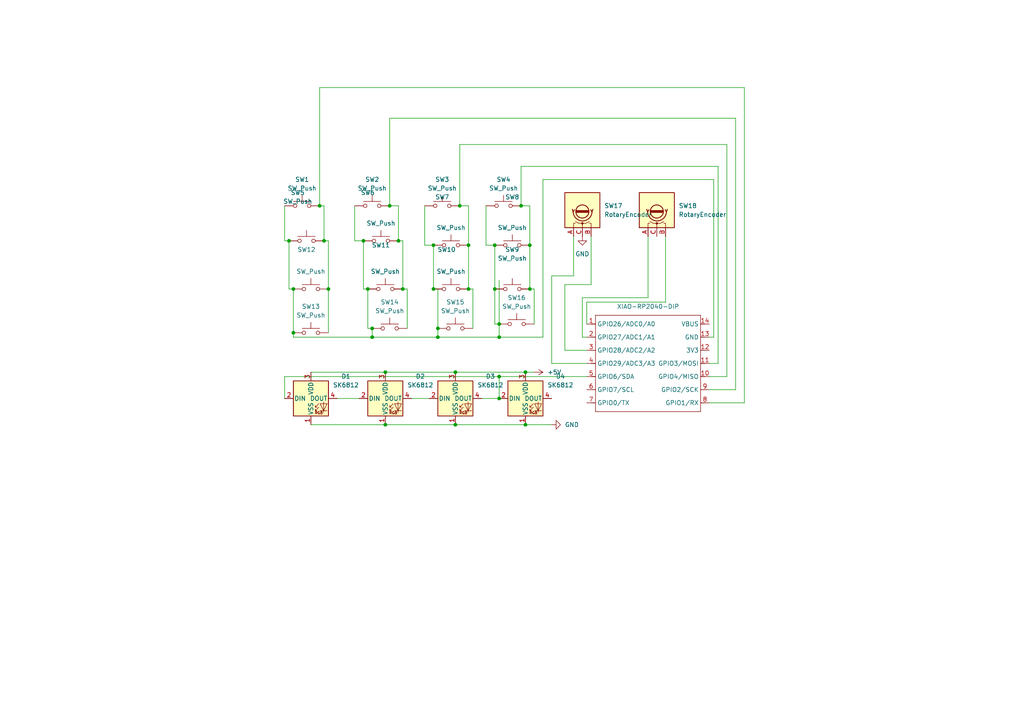
<source format=kicad_sch>
(kicad_sch
	(version 20250114)
	(generator "eeschema")
	(generator_version "9.0")
	(uuid "64f8ae2b-8a7d-44d5-aaaa-7fda84139637")
	(paper "A4")
	(lib_symbols
		(symbol "Device:RotaryEncoder"
			(pin_names
				(offset 0.254)
				(hide yes)
			)
			(exclude_from_sim no)
			(in_bom yes)
			(on_board yes)
			(property "Reference" "SW"
				(at 0 6.604 0)
				(effects
					(font
						(size 1.27 1.27)
					)
				)
			)
			(property "Value" "RotaryEncoder"
				(at 0 -6.604 0)
				(effects
					(font
						(size 1.27 1.27)
					)
				)
			)
			(property "Footprint" ""
				(at -3.81 4.064 0)
				(effects
					(font
						(size 1.27 1.27)
					)
					(hide yes)
				)
			)
			(property "Datasheet" "~"
				(at 0 6.604 0)
				(effects
					(font
						(size 1.27 1.27)
					)
					(hide yes)
				)
			)
			(property "Description" "Rotary encoder, dual channel, incremental quadrate outputs"
				(at 0 0 0)
				(effects
					(font
						(size 1.27 1.27)
					)
					(hide yes)
				)
			)
			(property "ki_keywords" "rotary switch encoder"
				(at 0 0 0)
				(effects
					(font
						(size 1.27 1.27)
					)
					(hide yes)
				)
			)
			(property "ki_fp_filters" "RotaryEncoder*"
				(at 0 0 0)
				(effects
					(font
						(size 1.27 1.27)
					)
					(hide yes)
				)
			)
			(symbol "RotaryEncoder_0_1"
				(rectangle
					(start -5.08 5.08)
					(end 5.08 -5.08)
					(stroke
						(width 0.254)
						(type default)
					)
					(fill
						(type background)
					)
				)
				(polyline
					(pts
						(xy -5.08 2.54) (xy -3.81 2.54) (xy -3.81 2.032)
					)
					(stroke
						(width 0)
						(type default)
					)
					(fill
						(type none)
					)
				)
				(polyline
					(pts
						(xy -5.08 0) (xy -3.81 0) (xy -3.81 -1.016) (xy -3.302 -2.032)
					)
					(stroke
						(width 0)
						(type default)
					)
					(fill
						(type none)
					)
				)
				(polyline
					(pts
						(xy -5.08 -2.54) (xy -3.81 -2.54) (xy -3.81 -2.032)
					)
					(stroke
						(width 0)
						(type default)
					)
					(fill
						(type none)
					)
				)
				(polyline
					(pts
						(xy -4.318 0) (xy -3.81 0) (xy -3.81 1.016) (xy -3.302 2.032)
					)
					(stroke
						(width 0)
						(type default)
					)
					(fill
						(type none)
					)
				)
				(circle
					(center -3.81 0)
					(radius 0.254)
					(stroke
						(width 0)
						(type default)
					)
					(fill
						(type outline)
					)
				)
				(polyline
					(pts
						(xy -0.635 -1.778) (xy -0.635 1.778)
					)
					(stroke
						(width 0.254)
						(type default)
					)
					(fill
						(type none)
					)
				)
				(circle
					(center -0.381 0)
					(radius 1.905)
					(stroke
						(width 0.254)
						(type default)
					)
					(fill
						(type none)
					)
				)
				(polyline
					(pts
						(xy -0.381 -1.778) (xy -0.381 1.778)
					)
					(stroke
						(width 0.254)
						(type default)
					)
					(fill
						(type none)
					)
				)
				(arc
					(start -0.381 -2.794)
					(mid -3.0988 -0.0635)
					(end -0.381 2.667)
					(stroke
						(width 0.254)
						(type default)
					)
					(fill
						(type none)
					)
				)
				(polyline
					(pts
						(xy -0.127 1.778) (xy -0.127 -1.778)
					)
					(stroke
						(width 0.254)
						(type default)
					)
					(fill
						(type none)
					)
				)
				(polyline
					(pts
						(xy 0.254 2.921) (xy -0.508 2.667) (xy 0.127 2.286)
					)
					(stroke
						(width 0.254)
						(type default)
					)
					(fill
						(type none)
					)
				)
				(polyline
					(pts
						(xy 0.254 -3.048) (xy -0.508 -2.794) (xy 0.127 -2.413)
					)
					(stroke
						(width 0.254)
						(type default)
					)
					(fill
						(type none)
					)
				)
			)
			(symbol "RotaryEncoder_1_1"
				(pin passive line
					(at -7.62 2.54 0)
					(length 2.54)
					(name "A"
						(effects
							(font
								(size 1.27 1.27)
							)
						)
					)
					(number "A"
						(effects
							(font
								(size 1.27 1.27)
							)
						)
					)
				)
				(pin passive line
					(at -7.62 0 0)
					(length 2.54)
					(name "C"
						(effects
							(font
								(size 1.27 1.27)
							)
						)
					)
					(number "C"
						(effects
							(font
								(size 1.27 1.27)
							)
						)
					)
				)
				(pin passive line
					(at -7.62 -2.54 0)
					(length 2.54)
					(name "B"
						(effects
							(font
								(size 1.27 1.27)
							)
						)
					)
					(number "B"
						(effects
							(font
								(size 1.27 1.27)
							)
						)
					)
				)
			)
			(embedded_fonts no)
		)
		(symbol "LED:SK6812"
			(pin_names
				(offset 0.254)
			)
			(exclude_from_sim no)
			(in_bom yes)
			(on_board yes)
			(property "Reference" "D"
				(at 5.08 5.715 0)
				(effects
					(font
						(size 1.27 1.27)
					)
					(justify right bottom)
				)
			)
			(property "Value" "SK6812"
				(at 1.27 -5.715 0)
				(effects
					(font
						(size 1.27 1.27)
					)
					(justify left top)
				)
			)
			(property "Footprint" "LED_SMD:LED_SK6812_PLCC4_5.0x5.0mm_P3.2mm"
				(at 1.27 -7.62 0)
				(effects
					(font
						(size 1.27 1.27)
					)
					(justify left top)
					(hide yes)
				)
			)
			(property "Datasheet" "https://cdn-shop.adafruit.com/product-files/1138/SK6812+LED+datasheet+.pdf"
				(at 2.54 -9.525 0)
				(effects
					(font
						(size 1.27 1.27)
					)
					(justify left top)
					(hide yes)
				)
			)
			(property "Description" "RGB LED with integrated controller"
				(at 0 0 0)
				(effects
					(font
						(size 1.27 1.27)
					)
					(hide yes)
				)
			)
			(property "ki_keywords" "RGB LED NeoPixel addressable"
				(at 0 0 0)
				(effects
					(font
						(size 1.27 1.27)
					)
					(hide yes)
				)
			)
			(property "ki_fp_filters" "LED*SK6812*PLCC*5.0x5.0mm*P3.2mm*"
				(at 0 0 0)
				(effects
					(font
						(size 1.27 1.27)
					)
					(hide yes)
				)
			)
			(symbol "SK6812_0_0"
				(text "RGB"
					(at 2.286 -4.191 0)
					(effects
						(font
							(size 0.762 0.762)
						)
					)
				)
			)
			(symbol "SK6812_0_1"
				(polyline
					(pts
						(xy 1.27 -2.54) (xy 1.778 -2.54)
					)
					(stroke
						(width 0)
						(type default)
					)
					(fill
						(type none)
					)
				)
				(polyline
					(pts
						(xy 1.27 -3.556) (xy 1.778 -3.556)
					)
					(stroke
						(width 0)
						(type default)
					)
					(fill
						(type none)
					)
				)
				(polyline
					(pts
						(xy 2.286 -1.524) (xy 1.27 -2.54) (xy 1.27 -2.032)
					)
					(stroke
						(width 0)
						(type default)
					)
					(fill
						(type none)
					)
				)
				(polyline
					(pts
						(xy 2.286 -2.54) (xy 1.27 -3.556) (xy 1.27 -3.048)
					)
					(stroke
						(width 0)
						(type default)
					)
					(fill
						(type none)
					)
				)
				(polyline
					(pts
						(xy 3.683 -1.016) (xy 3.683 -3.556) (xy 3.683 -4.064)
					)
					(stroke
						(width 0)
						(type default)
					)
					(fill
						(type none)
					)
				)
				(polyline
					(pts
						(xy 4.699 -1.524) (xy 2.667 -1.524) (xy 3.683 -3.556) (xy 4.699 -1.524)
					)
					(stroke
						(width 0)
						(type default)
					)
					(fill
						(type none)
					)
				)
				(polyline
					(pts
						(xy 4.699 -3.556) (xy 2.667 -3.556)
					)
					(stroke
						(width 0)
						(type default)
					)
					(fill
						(type none)
					)
				)
				(rectangle
					(start 5.08 5.08)
					(end -5.08 -5.08)
					(stroke
						(width 0.254)
						(type default)
					)
					(fill
						(type background)
					)
				)
			)
			(symbol "SK6812_1_1"
				(pin input line
					(at -7.62 0 0)
					(length 2.54)
					(name "DIN"
						(effects
							(font
								(size 1.27 1.27)
							)
						)
					)
					(number "2"
						(effects
							(font
								(size 1.27 1.27)
							)
						)
					)
				)
				(pin power_in line
					(at 0 7.62 270)
					(length 2.54)
					(name "VDD"
						(effects
							(font
								(size 1.27 1.27)
							)
						)
					)
					(number "3"
						(effects
							(font
								(size 1.27 1.27)
							)
						)
					)
				)
				(pin power_in line
					(at 0 -7.62 90)
					(length 2.54)
					(name "VSS"
						(effects
							(font
								(size 1.27 1.27)
							)
						)
					)
					(number "1"
						(effects
							(font
								(size 1.27 1.27)
							)
						)
					)
				)
				(pin output line
					(at 7.62 0 180)
					(length 2.54)
					(name "DOUT"
						(effects
							(font
								(size 1.27 1.27)
							)
						)
					)
					(number "4"
						(effects
							(font
								(size 1.27 1.27)
							)
						)
					)
				)
			)
			(embedded_fonts no)
		)
		(symbol "OPL Lib:XIAO-RP2040-DIP"
			(exclude_from_sim no)
			(in_bom yes)
			(on_board yes)
			(property "Reference" "U"
				(at 0 0 0)
				(effects
					(font
						(size 1.27 1.27)
					)
				)
			)
			(property "Value" "XIAO-RP2040-DIP"
				(at 5.334 -1.778 0)
				(effects
					(font
						(size 1.27 1.27)
					)
				)
			)
			(property "Footprint" "Module:MOUDLE14P-XIAO-DIP-SMD"
				(at 14.478 -32.258 0)
				(effects
					(font
						(size 1.27 1.27)
					)
					(hide yes)
				)
			)
			(property "Datasheet" ""
				(at 0 0 0)
				(effects
					(font
						(size 1.27 1.27)
					)
					(hide yes)
				)
			)
			(property "Description" ""
				(at 0 0 0)
				(effects
					(font
						(size 1.27 1.27)
					)
					(hide yes)
				)
			)
			(symbol "XIAO-RP2040-DIP_1_0"
				(polyline
					(pts
						(xy -1.27 -2.54) (xy 29.21 -2.54)
					)
					(stroke
						(width 0.1524)
						(type solid)
					)
					(fill
						(type none)
					)
				)
				(polyline
					(pts
						(xy -1.27 -5.08) (xy -2.54 -5.08)
					)
					(stroke
						(width 0.1524)
						(type solid)
					)
					(fill
						(type none)
					)
				)
				(polyline
					(pts
						(xy -1.27 -5.08) (xy -1.27 -2.54)
					)
					(stroke
						(width 0.1524)
						(type solid)
					)
					(fill
						(type none)
					)
				)
				(polyline
					(pts
						(xy -1.27 -8.89) (xy -2.54 -8.89)
					)
					(stroke
						(width 0.1524)
						(type solid)
					)
					(fill
						(type none)
					)
				)
				(polyline
					(pts
						(xy -1.27 -8.89) (xy -1.27 -5.08)
					)
					(stroke
						(width 0.1524)
						(type solid)
					)
					(fill
						(type none)
					)
				)
				(polyline
					(pts
						(xy -1.27 -12.7) (xy -2.54 -12.7)
					)
					(stroke
						(width 0.1524)
						(type solid)
					)
					(fill
						(type none)
					)
				)
				(polyline
					(pts
						(xy -1.27 -12.7) (xy -1.27 -8.89)
					)
					(stroke
						(width 0.1524)
						(type solid)
					)
					(fill
						(type none)
					)
				)
				(polyline
					(pts
						(xy -1.27 -16.51) (xy -2.54 -16.51)
					)
					(stroke
						(width 0.1524)
						(type solid)
					)
					(fill
						(type none)
					)
				)
				(polyline
					(pts
						(xy -1.27 -16.51) (xy -1.27 -12.7)
					)
					(stroke
						(width 0.1524)
						(type solid)
					)
					(fill
						(type none)
					)
				)
				(polyline
					(pts
						(xy -1.27 -20.32) (xy -2.54 -20.32)
					)
					(stroke
						(width 0.1524)
						(type solid)
					)
					(fill
						(type none)
					)
				)
				(polyline
					(pts
						(xy -1.27 -24.13) (xy -2.54 -24.13)
					)
					(stroke
						(width 0.1524)
						(type solid)
					)
					(fill
						(type none)
					)
				)
				(polyline
					(pts
						(xy -1.27 -27.94) (xy -2.54 -27.94)
					)
					(stroke
						(width 0.1524)
						(type solid)
					)
					(fill
						(type none)
					)
				)
				(polyline
					(pts
						(xy -1.27 -30.48) (xy -1.27 -16.51)
					)
					(stroke
						(width 0.1524)
						(type solid)
					)
					(fill
						(type none)
					)
				)
				(polyline
					(pts
						(xy 29.21 -2.54) (xy 29.21 -5.08)
					)
					(stroke
						(width 0.1524)
						(type solid)
					)
					(fill
						(type none)
					)
				)
				(polyline
					(pts
						(xy 29.21 -5.08) (xy 29.21 -8.89)
					)
					(stroke
						(width 0.1524)
						(type solid)
					)
					(fill
						(type none)
					)
				)
				(polyline
					(pts
						(xy 29.21 -8.89) (xy 29.21 -12.7)
					)
					(stroke
						(width 0.1524)
						(type solid)
					)
					(fill
						(type none)
					)
				)
				(polyline
					(pts
						(xy 29.21 -12.7) (xy 29.21 -30.48)
					)
					(stroke
						(width 0.1524)
						(type solid)
					)
					(fill
						(type none)
					)
				)
				(polyline
					(pts
						(xy 29.21 -30.48) (xy -1.27 -30.48)
					)
					(stroke
						(width 0.1524)
						(type solid)
					)
					(fill
						(type none)
					)
				)
				(polyline
					(pts
						(xy 30.48 -5.08) (xy 29.21 -5.08)
					)
					(stroke
						(width 0.1524)
						(type solid)
					)
					(fill
						(type none)
					)
				)
				(polyline
					(pts
						(xy 30.48 -8.89) (xy 29.21 -8.89)
					)
					(stroke
						(width 0.1524)
						(type solid)
					)
					(fill
						(type none)
					)
				)
				(polyline
					(pts
						(xy 30.48 -12.7) (xy 29.21 -12.7)
					)
					(stroke
						(width 0.1524)
						(type solid)
					)
					(fill
						(type none)
					)
				)
				(polyline
					(pts
						(xy 30.48 -16.51) (xy 29.21 -16.51)
					)
					(stroke
						(width 0.1524)
						(type solid)
					)
					(fill
						(type none)
					)
				)
				(polyline
					(pts
						(xy 30.48 -20.32) (xy 29.21 -20.32)
					)
					(stroke
						(width 0.1524)
						(type solid)
					)
					(fill
						(type none)
					)
				)
				(polyline
					(pts
						(xy 30.48 -24.13) (xy 29.21 -24.13)
					)
					(stroke
						(width 0.1524)
						(type solid)
					)
					(fill
						(type none)
					)
				)
				(polyline
					(pts
						(xy 30.48 -27.94) (xy 29.21 -27.94)
					)
					(stroke
						(width 0.1524)
						(type solid)
					)
					(fill
						(type none)
					)
				)
				(pin passive line
					(at -3.81 -5.08 0)
					(length 2.54)
					(name "GPIO26/ADC0/A0"
						(effects
							(font
								(size 1.27 1.27)
							)
						)
					)
					(number "1"
						(effects
							(font
								(size 1.27 1.27)
							)
						)
					)
				)
				(pin passive line
					(at -3.81 -8.89 0)
					(length 2.54)
					(name "GPIO27/ADC1/A1"
						(effects
							(font
								(size 1.27 1.27)
							)
						)
					)
					(number "2"
						(effects
							(font
								(size 1.27 1.27)
							)
						)
					)
				)
				(pin passive line
					(at -3.81 -12.7 0)
					(length 2.54)
					(name "GPIO28/ADC2/A2"
						(effects
							(font
								(size 1.27 1.27)
							)
						)
					)
					(number "3"
						(effects
							(font
								(size 1.27 1.27)
							)
						)
					)
				)
				(pin passive line
					(at -3.81 -16.51 0)
					(length 2.54)
					(name "GPIO29/ADC3/A3"
						(effects
							(font
								(size 1.27 1.27)
							)
						)
					)
					(number "4"
						(effects
							(font
								(size 1.27 1.27)
							)
						)
					)
				)
				(pin passive line
					(at -3.81 -20.32 0)
					(length 2.54)
					(name "GPIO6/SDA"
						(effects
							(font
								(size 1.27 1.27)
							)
						)
					)
					(number "5"
						(effects
							(font
								(size 1.27 1.27)
							)
						)
					)
				)
				(pin passive line
					(at -3.81 -24.13 0)
					(length 2.54)
					(name "GPIO7/SCL"
						(effects
							(font
								(size 1.27 1.27)
							)
						)
					)
					(number "6"
						(effects
							(font
								(size 1.27 1.27)
							)
						)
					)
				)
				(pin passive line
					(at -3.81 -27.94 0)
					(length 2.54)
					(name "GPIO0/TX"
						(effects
							(font
								(size 1.27 1.27)
							)
						)
					)
					(number "7"
						(effects
							(font
								(size 1.27 1.27)
							)
						)
					)
				)
				(pin passive line
					(at 31.75 -5.08 180)
					(length 2.54)
					(name "VBUS"
						(effects
							(font
								(size 1.27 1.27)
							)
						)
					)
					(number "14"
						(effects
							(font
								(size 1.27 1.27)
							)
						)
					)
				)
				(pin passive line
					(at 31.75 -8.89 180)
					(length 2.54)
					(name "GND"
						(effects
							(font
								(size 1.27 1.27)
							)
						)
					)
					(number "13"
						(effects
							(font
								(size 1.27 1.27)
							)
						)
					)
				)
				(pin passive line
					(at 31.75 -12.7 180)
					(length 2.54)
					(name "3V3"
						(effects
							(font
								(size 1.27 1.27)
							)
						)
					)
					(number "12"
						(effects
							(font
								(size 1.27 1.27)
							)
						)
					)
				)
				(pin passive line
					(at 31.75 -16.51 180)
					(length 2.54)
					(name "GPIO3/MOSI"
						(effects
							(font
								(size 1.27 1.27)
							)
						)
					)
					(number "11"
						(effects
							(font
								(size 1.27 1.27)
							)
						)
					)
				)
				(pin passive line
					(at 31.75 -20.32 180)
					(length 2.54)
					(name "GPIO4/MISO"
						(effects
							(font
								(size 1.27 1.27)
							)
						)
					)
					(number "10"
						(effects
							(font
								(size 1.27 1.27)
							)
						)
					)
				)
				(pin passive line
					(at 31.75 -24.13 180)
					(length 2.54)
					(name "GPIO2/SCK"
						(effects
							(font
								(size 1.27 1.27)
							)
						)
					)
					(number "9"
						(effects
							(font
								(size 1.27 1.27)
							)
						)
					)
				)
				(pin passive line
					(at 31.75 -27.94 180)
					(length 2.54)
					(name "GPIO1/RX"
						(effects
							(font
								(size 1.27 1.27)
							)
						)
					)
					(number "8"
						(effects
							(font
								(size 1.27 1.27)
							)
						)
					)
				)
			)
			(embedded_fonts no)
		)
		(symbol "Switch:SW_Push"
			(pin_numbers
				(hide yes)
			)
			(pin_names
				(offset 1.016)
				(hide yes)
			)
			(exclude_from_sim no)
			(in_bom yes)
			(on_board yes)
			(property "Reference" "SW"
				(at 1.27 2.54 0)
				(effects
					(font
						(size 1.27 1.27)
					)
					(justify left)
				)
			)
			(property "Value" "SW_Push"
				(at 0 -1.524 0)
				(effects
					(font
						(size 1.27 1.27)
					)
				)
			)
			(property "Footprint" ""
				(at 0 5.08 0)
				(effects
					(font
						(size 1.27 1.27)
					)
					(hide yes)
				)
			)
			(property "Datasheet" "~"
				(at 0 5.08 0)
				(effects
					(font
						(size 1.27 1.27)
					)
					(hide yes)
				)
			)
			(property "Description" "Push button switch, generic, two pins"
				(at 0 0 0)
				(effects
					(font
						(size 1.27 1.27)
					)
					(hide yes)
				)
			)
			(property "ki_keywords" "switch normally-open pushbutton push-button"
				(at 0 0 0)
				(effects
					(font
						(size 1.27 1.27)
					)
					(hide yes)
				)
			)
			(symbol "SW_Push_0_1"
				(circle
					(center -2.032 0)
					(radius 0.508)
					(stroke
						(width 0)
						(type default)
					)
					(fill
						(type none)
					)
				)
				(polyline
					(pts
						(xy 0 1.27) (xy 0 3.048)
					)
					(stroke
						(width 0)
						(type default)
					)
					(fill
						(type none)
					)
				)
				(circle
					(center 2.032 0)
					(radius 0.508)
					(stroke
						(width 0)
						(type default)
					)
					(fill
						(type none)
					)
				)
				(polyline
					(pts
						(xy 2.54 1.27) (xy -2.54 1.27)
					)
					(stroke
						(width 0)
						(type default)
					)
					(fill
						(type none)
					)
				)
				(pin passive line
					(at -5.08 0 0)
					(length 2.54)
					(name "1"
						(effects
							(font
								(size 1.27 1.27)
							)
						)
					)
					(number "1"
						(effects
							(font
								(size 1.27 1.27)
							)
						)
					)
				)
				(pin passive line
					(at 5.08 0 180)
					(length 2.54)
					(name "2"
						(effects
							(font
								(size 1.27 1.27)
							)
						)
					)
					(number "2"
						(effects
							(font
								(size 1.27 1.27)
							)
						)
					)
				)
			)
			(embedded_fonts no)
		)
		(symbol "power:+5V"
			(power)
			(pin_numbers
				(hide yes)
			)
			(pin_names
				(offset 0)
				(hide yes)
			)
			(exclude_from_sim no)
			(in_bom yes)
			(on_board yes)
			(property "Reference" "#PWR"
				(at 0 -3.81 0)
				(effects
					(font
						(size 1.27 1.27)
					)
					(hide yes)
				)
			)
			(property "Value" "+5V"
				(at 0 3.556 0)
				(effects
					(font
						(size 1.27 1.27)
					)
				)
			)
			(property "Footprint" ""
				(at 0 0 0)
				(effects
					(font
						(size 1.27 1.27)
					)
					(hide yes)
				)
			)
			(property "Datasheet" ""
				(at 0 0 0)
				(effects
					(font
						(size 1.27 1.27)
					)
					(hide yes)
				)
			)
			(property "Description" "Power symbol creates a global label with name \"+5V\""
				(at 0 0 0)
				(effects
					(font
						(size 1.27 1.27)
					)
					(hide yes)
				)
			)
			(property "ki_keywords" "global power"
				(at 0 0 0)
				(effects
					(font
						(size 1.27 1.27)
					)
					(hide yes)
				)
			)
			(symbol "+5V_0_1"
				(polyline
					(pts
						(xy -0.762 1.27) (xy 0 2.54)
					)
					(stroke
						(width 0)
						(type default)
					)
					(fill
						(type none)
					)
				)
				(polyline
					(pts
						(xy 0 2.54) (xy 0.762 1.27)
					)
					(stroke
						(width 0)
						(type default)
					)
					(fill
						(type none)
					)
				)
				(polyline
					(pts
						(xy 0 0) (xy 0 2.54)
					)
					(stroke
						(width 0)
						(type default)
					)
					(fill
						(type none)
					)
				)
			)
			(symbol "+5V_1_1"
				(pin power_in line
					(at 0 0 90)
					(length 0)
					(name "~"
						(effects
							(font
								(size 1.27 1.27)
							)
						)
					)
					(number "1"
						(effects
							(font
								(size 1.27 1.27)
							)
						)
					)
				)
			)
			(embedded_fonts no)
		)
		(symbol "power:GND"
			(power)
			(pin_numbers
				(hide yes)
			)
			(pin_names
				(offset 0)
				(hide yes)
			)
			(exclude_from_sim no)
			(in_bom yes)
			(on_board yes)
			(property "Reference" "#PWR"
				(at 0 -6.35 0)
				(effects
					(font
						(size 1.27 1.27)
					)
					(hide yes)
				)
			)
			(property "Value" "GND"
				(at 0 -3.81 0)
				(effects
					(font
						(size 1.27 1.27)
					)
				)
			)
			(property "Footprint" ""
				(at 0 0 0)
				(effects
					(font
						(size 1.27 1.27)
					)
					(hide yes)
				)
			)
			(property "Datasheet" ""
				(at 0 0 0)
				(effects
					(font
						(size 1.27 1.27)
					)
					(hide yes)
				)
			)
			(property "Description" "Power symbol creates a global label with name \"GND\" , ground"
				(at 0 0 0)
				(effects
					(font
						(size 1.27 1.27)
					)
					(hide yes)
				)
			)
			(property "ki_keywords" "global power"
				(at 0 0 0)
				(effects
					(font
						(size 1.27 1.27)
					)
					(hide yes)
				)
			)
			(symbol "GND_0_1"
				(polyline
					(pts
						(xy 0 0) (xy 0 -1.27) (xy 1.27 -1.27) (xy 0 -2.54) (xy -1.27 -1.27) (xy 0 -1.27)
					)
					(stroke
						(width 0)
						(type default)
					)
					(fill
						(type none)
					)
				)
			)
			(symbol "GND_1_1"
				(pin power_in line
					(at 0 0 270)
					(length 0)
					(name "~"
						(effects
							(font
								(size 1.27 1.27)
							)
						)
					)
					(number "1"
						(effects
							(font
								(size 1.27 1.27)
							)
						)
					)
				)
			)
			(embedded_fonts no)
		)
	)
	(junction
		(at 132.08 123.19)
		(diameter 0)
		(color 0 0 0 0)
		(uuid "08c67455-bb41-4384-b3dd-cb3c2c86ce6a")
	)
	(junction
		(at 125.73 71.12)
		(diameter 0)
		(color 0 0 0 0)
		(uuid "12d3fb10-3792-47cb-8ae0-f26905d70917")
	)
	(junction
		(at 111.76 107.95)
		(diameter 0)
		(color 0 0 0 0)
		(uuid "13fa5e29-49e5-44a0-8062-3697c61a8dff")
	)
	(junction
		(at 95.25 83.82)
		(diameter 0)
		(color 0 0 0 0)
		(uuid "1cc77b75-11f0-4785-a517-33e1acdcb550")
	)
	(junction
		(at 93.98 69.85)
		(diameter 0)
		(color 0 0 0 0)
		(uuid "287ddf29-ca04-4920-9506-18d9962ca3d6")
	)
	(junction
		(at 153.67 83.82)
		(diameter 0)
		(color 0 0 0 0)
		(uuid "2f4c2ffc-47a3-43f2-8e55-0c72d372db0f")
	)
	(junction
		(at 105.41 69.85)
		(diameter 0)
		(color 0 0 0 0)
		(uuid "39a93e9c-9ce3-4bea-a96c-9a1a37ae41af")
	)
	(junction
		(at 132.08 107.95)
		(diameter 0)
		(color 0 0 0 0)
		(uuid "3e92d4ba-b692-4dc2-9624-a10a6845dddc")
	)
	(junction
		(at 107.95 97.79)
		(diameter 0)
		(color 0 0 0 0)
		(uuid "4099398c-eefd-43b9-82cc-3e3eb89bd58e")
	)
	(junction
		(at 113.03 59.69)
		(diameter 0)
		(color 0 0 0 0)
		(uuid "4423155e-1913-42ae-b29a-3c193e744095")
	)
	(junction
		(at 107.95 95.25)
		(diameter 0)
		(color 0 0 0 0)
		(uuid "4b35b73e-6a93-49ba-a4c0-a8175f6ab55b")
	)
	(junction
		(at 85.09 96.52)
		(diameter 0)
		(color 0 0 0 0)
		(uuid "4c9228d9-c934-4cc2-ac3c-caa0bee2bc64")
	)
	(junction
		(at 127 97.79)
		(diameter 0)
		(color 0 0 0 0)
		(uuid "4e1da49a-8218-4d4b-8d23-c51367a95f2a")
	)
	(junction
		(at 135.89 83.82)
		(diameter 0)
		(color 0 0 0 0)
		(uuid "567f0974-2289-410d-91aa-ed304a39f8c0")
	)
	(junction
		(at 153.67 71.12)
		(diameter 0)
		(color 0 0 0 0)
		(uuid "5e063f49-600d-4bc4-acab-8d241fc23cc1")
	)
	(junction
		(at 127 95.25)
		(diameter 0)
		(color 0 0 0 0)
		(uuid "6004f576-7040-4ece-a50c-30bb307746ca")
	)
	(junction
		(at 152.4 123.19)
		(diameter 0)
		(color 0 0 0 0)
		(uuid "6497fcd7-389c-4426-a55e-30de94f407fc")
	)
	(junction
		(at 144.78 97.79)
		(diameter 0)
		(color 0 0 0 0)
		(uuid "7b9626d8-d546-4489-821b-c5257db75b0d")
	)
	(junction
		(at 151.13 59.69)
		(diameter 0)
		(color 0 0 0 0)
		(uuid "989d02f0-0b86-4c06-ba8c-6bb58420a558")
	)
	(junction
		(at 133.35 59.69)
		(diameter 0)
		(color 0 0 0 0)
		(uuid "993f0e89-40e2-4906-89b0-fb152c008cf0")
	)
	(junction
		(at 135.89 71.12)
		(diameter 0)
		(color 0 0 0 0)
		(uuid "9a34806f-77ef-4ade-bee4-b30be254ed1a")
	)
	(junction
		(at 144.78 109.22)
		(diameter 0)
		(color 0 0 0 0)
		(uuid "acaf3e8b-9e98-4c07-8122-1b713840411e")
	)
	(junction
		(at 125.73 83.82)
		(diameter 0)
		(color 0 0 0 0)
		(uuid "b56a9ebe-58f7-4b4e-bd1c-e625c9140abe")
	)
	(junction
		(at 111.76 123.19)
		(diameter 0)
		(color 0 0 0 0)
		(uuid "b9b298c5-79e1-4265-aefa-3bd7956fc4f9")
	)
	(junction
		(at 143.51 83.82)
		(diameter 0)
		(color 0 0 0 0)
		(uuid "cb59ca52-0b66-4e95-b7b5-b2adf6b1f428")
	)
	(junction
		(at 106.68 83.82)
		(diameter 0)
		(color 0 0 0 0)
		(uuid "da2a6dd0-e7ea-495a-b7de-05d0d3d3a77b")
	)
	(junction
		(at 85.09 83.82)
		(diameter 0)
		(color 0 0 0 0)
		(uuid "eab240e2-0195-406d-9e90-c6adc10ae532")
	)
	(junction
		(at 115.57 69.85)
		(diameter 0)
		(color 0 0 0 0)
		(uuid "eb8c8852-b853-4ad8-8b92-0fa866623b62")
	)
	(junction
		(at 144.78 115.57)
		(diameter 0)
		(color 0 0 0 0)
		(uuid "ec9cf2da-6975-45d3-ba59-9ddac47f4d4c")
	)
	(junction
		(at 116.84 83.82)
		(diameter 0)
		(color 0 0 0 0)
		(uuid "f232dc49-3bfd-4699-ae54-12ac308edeb3")
	)
	(junction
		(at 152.4 107.95)
		(diameter 0)
		(color 0 0 0 0)
		(uuid "f4f73cce-12e8-4311-9270-f46e32ea8915")
	)
	(junction
		(at 143.51 71.12)
		(diameter 0)
		(color 0 0 0 0)
		(uuid "f5a38952-6b72-496d-b774-4e2b2a7f8762")
	)
	(junction
		(at 92.71 59.69)
		(diameter 0)
		(color 0 0 0 0)
		(uuid "f85ee61a-ddd1-4ffa-bcad-f6c521c84f23")
	)
	(junction
		(at 144.78 93.98)
		(diameter 0)
		(color 0 0 0 0)
		(uuid "f8cda350-65d3-4466-a4d1-abdf58980117")
	)
	(junction
		(at 83.82 69.85)
		(diameter 0)
		(color 0 0 0 0)
		(uuid "fac1dfb9-ce17-44c7-94b1-3cebcaa71e5a")
	)
	(wire
		(pts
			(xy 154.94 83.82) (xy 153.67 83.82)
		)
		(stroke
			(width 0)
			(type default)
		)
		(uuid "023d622f-4a6d-45ee-86b7-4c17b874f5d0")
	)
	(wire
		(pts
			(xy 127 83.82) (xy 125.73 83.82)
		)
		(stroke
			(width 0)
			(type default)
		)
		(uuid "05c4fac8-e6dd-4800-bc41-b20b45ff6573")
	)
	(wire
		(pts
			(xy 107.95 97.79) (xy 127 97.79)
		)
		(stroke
			(width 0)
			(type default)
		)
		(uuid "083f86a1-01ab-4433-871c-52130fbf1df0")
	)
	(wire
		(pts
			(xy 133.35 41.91) (xy 210.82 41.91)
		)
		(stroke
			(width 0)
			(type default)
		)
		(uuid "0c65bbf5-84ae-4635-a2fc-4d2fd9fc4ac1")
	)
	(wire
		(pts
			(xy 144.78 93.98) (xy 144.78 81.28)
		)
		(stroke
			(width 0)
			(type default)
		)
		(uuid "0ee2efe1-3a34-484e-b2da-86b17c8c8c1a")
	)
	(wire
		(pts
			(xy 106.68 95.25) (xy 107.95 95.25)
		)
		(stroke
			(width 0)
			(type default)
		)
		(uuid "10e6ebf6-0a87-4a84-8329-ef15bcad40a6")
	)
	(wire
		(pts
			(xy 135.89 59.69) (xy 133.35 59.69)
		)
		(stroke
			(width 0)
			(type default)
		)
		(uuid "11ccca7b-c9d5-4714-86f7-e5b0bab9dc5b")
	)
	(wire
		(pts
			(xy 139.7 115.57) (xy 144.78 115.57)
		)
		(stroke
			(width 0)
			(type default)
		)
		(uuid "1268c47a-ab99-4e89-acac-14daec1ecd12")
	)
	(wire
		(pts
			(xy 168.91 86.36) (xy 187.96 86.36)
		)
		(stroke
			(width 0)
			(type default)
		)
		(uuid "1505866e-26b4-42ba-b843-f0ddfd476b07")
	)
	(wire
		(pts
			(xy 132.08 107.95) (xy 152.4 107.95)
		)
		(stroke
			(width 0)
			(type default)
		)
		(uuid "16ac6e95-7f2c-46f1-bdf6-6a3bd0011d80")
	)
	(wire
		(pts
			(xy 118.11 83.82) (xy 116.84 83.82)
		)
		(stroke
			(width 0)
			(type default)
		)
		(uuid "18c316ca-695d-4228-af63-b2db71272bb9")
	)
	(wire
		(pts
			(xy 207.01 97.79) (xy 205.74 97.79)
		)
		(stroke
			(width 0)
			(type default)
		)
		(uuid "1b5f941b-68de-477c-9d0e-1aae0d305a66")
	)
	(wire
		(pts
			(xy 207.01 52.07) (xy 207.01 97.79)
		)
		(stroke
			(width 0)
			(type default)
		)
		(uuid "248b8441-5993-4993-924d-415680a5376d")
	)
	(wire
		(pts
			(xy 111.76 107.95) (xy 132.08 107.95)
		)
		(stroke
			(width 0)
			(type default)
		)
		(uuid "2efa2376-4501-4894-9f64-d6cf0dd0ce99")
	)
	(wire
		(pts
			(xy 208.28 105.41) (xy 205.74 105.41)
		)
		(stroke
			(width 0)
			(type default)
		)
		(uuid "30e82295-6b5c-4267-aa0b-fd6c84d8cdbe")
	)
	(wire
		(pts
			(xy 151.13 48.26) (xy 208.28 48.26)
		)
		(stroke
			(width 0)
			(type default)
		)
		(uuid "35d8778f-0659-4e39-9d5e-5dc9ede6ef03")
	)
	(wire
		(pts
			(xy 143.51 83.82) (xy 143.51 93.98)
		)
		(stroke
			(width 0)
			(type default)
		)
		(uuid "36f95877-1dbd-4e6b-97bd-86295eff4f0e")
	)
	(wire
		(pts
			(xy 125.73 71.12) (xy 123.19 71.12)
		)
		(stroke
			(width 0)
			(type default)
		)
		(uuid "37f0a0ae-fbbd-4d57-a30d-0c7b269a135a")
	)
	(wire
		(pts
			(xy 137.16 83.82) (xy 135.89 83.82)
		)
		(stroke
			(width 0)
			(type default)
		)
		(uuid "39c62d16-52f9-434c-a773-c1a16271b4da")
	)
	(wire
		(pts
			(xy 152.4 107.95) (xy 154.94 107.95)
		)
		(stroke
			(width 0)
			(type default)
		)
		(uuid "3c7e7014-c957-4124-9ff0-452c761d1581")
	)
	(wire
		(pts
			(xy 82.55 109.22) (xy 82.55 115.57)
		)
		(stroke
			(width 0)
			(type default)
		)
		(uuid "3eb62204-6bcf-4f01-bc49-54de539f3971")
	)
	(wire
		(pts
			(xy 171.45 68.58) (xy 171.45 82.55)
		)
		(stroke
			(width 0)
			(type default)
		)
		(uuid "3efa78ed-2c8c-4725-a6d1-c28e8e5d2c1f")
	)
	(wire
		(pts
			(xy 127 97.79) (xy 144.78 97.79)
		)
		(stroke
			(width 0)
			(type default)
		)
		(uuid "3f7b5e10-2b42-477e-a006-b81c9751581f")
	)
	(wire
		(pts
			(xy 154.94 93.98) (xy 154.94 83.82)
		)
		(stroke
			(width 0)
			(type default)
		)
		(uuid "40f200e1-7b0f-4f23-8b1b-b9b9c108d242")
	)
	(wire
		(pts
			(xy 153.67 71.12) (xy 153.67 83.82)
		)
		(stroke
			(width 0)
			(type default)
		)
		(uuid "41fbd75c-7ef1-4446-a5df-994e0f8d0705")
	)
	(wire
		(pts
			(xy 118.11 95.25) (xy 118.11 83.82)
		)
		(stroke
			(width 0)
			(type default)
		)
		(uuid "45a7197b-49ac-43c7-aa9b-48e467a286e6")
	)
	(wire
		(pts
			(xy 163.83 82.55) (xy 171.45 82.55)
		)
		(stroke
			(width 0)
			(type default)
		)
		(uuid "45a94385-e3c4-4197-9f27-94c17f5cf585")
	)
	(wire
		(pts
			(xy 93.98 69.85) (xy 93.98 59.69)
		)
		(stroke
			(width 0)
			(type default)
		)
		(uuid "4845cb72-2b67-4129-80c7-5c3440e066ab")
	)
	(wire
		(pts
			(xy 143.51 71.12) (xy 143.51 83.82)
		)
		(stroke
			(width 0)
			(type default)
		)
		(uuid "4fb9b5f2-610f-426d-a98f-5946b08184b3")
	)
	(wire
		(pts
			(xy 137.16 95.25) (xy 137.16 83.82)
		)
		(stroke
			(width 0)
			(type default)
		)
		(uuid "50616a22-3e0b-420b-a830-04bd909cfad0")
	)
	(wire
		(pts
			(xy 135.89 71.12) (xy 135.89 83.82)
		)
		(stroke
			(width 0)
			(type default)
		)
		(uuid "5275860c-cba2-4021-b677-ad491908a3cf")
	)
	(wire
		(pts
			(xy 127 95.25) (xy 127 83.82)
		)
		(stroke
			(width 0)
			(type default)
		)
		(uuid "5432f8b3-c22c-4132-8908-18423965be4f")
	)
	(wire
		(pts
			(xy 213.36 34.29) (xy 213.36 113.03)
		)
		(stroke
			(width 0)
			(type default)
		)
		(uuid "5c44529d-05de-4a95-b710-29b674e46b61")
	)
	(wire
		(pts
			(xy 152.4 123.19) (xy 160.02 123.19)
		)
		(stroke
			(width 0)
			(type default)
		)
		(uuid "5c567f18-8b6a-49e5-9cf3-6ffd23de31f0")
	)
	(wire
		(pts
			(xy 116.84 83.82) (xy 116.84 69.85)
		)
		(stroke
			(width 0)
			(type default)
		)
		(uuid "5d9af9cd-f1dc-4597-a44a-2ad05a65be49")
	)
	(wire
		(pts
			(xy 93.98 59.69) (xy 92.71 59.69)
		)
		(stroke
			(width 0)
			(type default)
		)
		(uuid "5f13ec81-e5d4-4a46-8853-aea8b7b32fe7")
	)
	(wire
		(pts
			(xy 102.87 59.69) (xy 102.87 69.85)
		)
		(stroke
			(width 0)
			(type default)
		)
		(uuid "625fb6e9-4986-497e-be6b-d957ed026c94")
	)
	(wire
		(pts
			(xy 133.35 41.91) (xy 133.35 59.69)
		)
		(stroke
			(width 0)
			(type default)
		)
		(uuid "64a44c45-248f-4e30-a9b6-8d1790584076")
	)
	(wire
		(pts
			(xy 140.97 59.69) (xy 140.97 71.12)
		)
		(stroke
			(width 0)
			(type default)
		)
		(uuid "6b67fd3d-1a1c-432f-9c7d-631afd2ed391")
	)
	(wire
		(pts
			(xy 132.08 123.19) (xy 152.4 123.19)
		)
		(stroke
			(width 0)
			(type default)
		)
		(uuid "6d0bfd0a-513a-49c8-bcac-463c280157bb")
	)
	(wire
		(pts
			(xy 92.71 25.4) (xy 92.71 59.69)
		)
		(stroke
			(width 0)
			(type default)
		)
		(uuid "6deb18c8-4e33-45c9-bca0-6124b5185028")
	)
	(wire
		(pts
			(xy 90.17 123.19) (xy 111.76 123.19)
		)
		(stroke
			(width 0)
			(type default)
		)
		(uuid "6f9ec55a-eb5c-463f-ac79-8959fd9c1a1f")
	)
	(wire
		(pts
			(xy 95.25 96.52) (xy 95.25 83.82)
		)
		(stroke
			(width 0)
			(type default)
		)
		(uuid "74e317af-4260-4135-ae78-e9a84ed2bd3b")
	)
	(wire
		(pts
			(xy 144.78 97.79) (xy 144.78 93.98)
		)
		(stroke
			(width 0)
			(type default)
		)
		(uuid "7c6b8cfc-c497-48f2-b782-c127f1c1ba5d")
	)
	(wire
		(pts
			(xy 205.74 109.22) (xy 210.82 109.22)
		)
		(stroke
			(width 0)
			(type default)
		)
		(uuid "7cae08fd-4ae6-430d-9365-b03124fe5006")
	)
	(wire
		(pts
			(xy 170.18 87.63) (xy 170.18 93.98)
		)
		(stroke
			(width 0)
			(type default)
		)
		(uuid "874b4006-7b4a-491d-a323-101abd95afab")
	)
	(wire
		(pts
			(xy 97.79 115.57) (xy 104.14 115.57)
		)
		(stroke
			(width 0)
			(type default)
		)
		(uuid "87b6fe3c-fac7-478d-ac85-34a3497545cf")
	)
	(wire
		(pts
			(xy 102.87 69.85) (xy 105.41 69.85)
		)
		(stroke
			(width 0)
			(type default)
		)
		(uuid "8b39fdd4-32eb-4674-8c89-04ed42120aaa")
	)
	(wire
		(pts
			(xy 85.09 97.79) (xy 107.95 97.79)
		)
		(stroke
			(width 0)
			(type default)
		)
		(uuid "8d64d40a-fd95-4cd8-8271-4284509ae1ae")
	)
	(wire
		(pts
			(xy 163.83 101.6) (xy 170.18 101.6)
		)
		(stroke
			(width 0)
			(type default)
		)
		(uuid "95471109-e826-41ba-b4c6-5db7fa6047fa")
	)
	(wire
		(pts
			(xy 90.17 107.95) (xy 111.76 107.95)
		)
		(stroke
			(width 0)
			(type default)
		)
		(uuid "95837940-078e-4123-ba88-9de9c426ca62")
	)
	(wire
		(pts
			(xy 153.67 59.69) (xy 151.13 59.69)
		)
		(stroke
			(width 0)
			(type default)
		)
		(uuid "95b07265-1103-499e-9335-526ace472865")
	)
	(wire
		(pts
			(xy 92.71 25.4) (xy 215.9 25.4)
		)
		(stroke
			(width 0)
			(type default)
		)
		(uuid "97d29753-3156-4a7c-a804-1530ce455040")
	)
	(wire
		(pts
			(xy 95.25 83.82) (xy 95.25 69.85)
		)
		(stroke
			(width 0)
			(type default)
		)
		(uuid "9832b883-6235-4a73-94f3-ca669f6c9514")
	)
	(wire
		(pts
			(xy 115.57 69.85) (xy 116.84 69.85)
		)
		(stroke
			(width 0)
			(type default)
		)
		(uuid "98ad89d2-01f9-408e-9304-c996a1278b89")
	)
	(wire
		(pts
			(xy 85.09 83.82) (xy 85.09 96.52)
		)
		(stroke
			(width 0)
			(type default)
		)
		(uuid "9bb0ce74-07c3-42fc-aa99-11dacec18e04")
	)
	(wire
		(pts
			(xy 193.04 68.58) (xy 193.04 87.63)
		)
		(stroke
			(width 0)
			(type default)
		)
		(uuid "9cf24858-27b7-4a01-91b6-f6702e9d8737")
	)
	(wire
		(pts
			(xy 105.41 69.85) (xy 105.41 83.82)
		)
		(stroke
			(width 0)
			(type default)
		)
		(uuid "9f637778-acfd-4d8f-bfce-ab850168ded1")
	)
	(wire
		(pts
			(xy 151.13 48.26) (xy 151.13 59.69)
		)
		(stroke
			(width 0)
			(type default)
		)
		(uuid "a12dc7b4-1bfc-409d-b260-562ff2d1bccf")
	)
	(wire
		(pts
			(xy 157.48 97.79) (xy 157.48 52.07)
		)
		(stroke
			(width 0)
			(type default)
		)
		(uuid "a52162ae-ddda-4710-9594-e6e034615608")
	)
	(wire
		(pts
			(xy 113.03 34.29) (xy 113.03 59.69)
		)
		(stroke
			(width 0)
			(type default)
		)
		(uuid "a5e8dcf7-13fd-4a19-b26a-64f75e609ef1")
	)
	(wire
		(pts
			(xy 160.02 80.01) (xy 166.37 80.01)
		)
		(stroke
			(width 0)
			(type default)
		)
		(uuid "abefd42b-9e35-46d8-83d4-57c28cf1fc8d")
	)
	(wire
		(pts
			(xy 215.9 116.84) (xy 205.74 116.84)
		)
		(stroke
			(width 0)
			(type default)
		)
		(uuid "ac78793f-7241-42f9-a90f-9e36d73ec88b")
	)
	(wire
		(pts
			(xy 115.57 69.85) (xy 115.57 59.69)
		)
		(stroke
			(width 0)
			(type default)
		)
		(uuid "acacaad5-c549-4ac8-a4f0-a3f936087c60")
	)
	(wire
		(pts
			(xy 144.78 97.79) (xy 157.48 97.79)
		)
		(stroke
			(width 0)
			(type default)
		)
		(uuid "ae00cea2-c010-454a-9c38-419886e12ed2")
	)
	(wire
		(pts
			(xy 170.18 87.63) (xy 193.04 87.63)
		)
		(stroke
			(width 0)
			(type default)
		)
		(uuid "b2bcccef-0ef1-4679-a62c-409b36cf780b")
	)
	(wire
		(pts
			(xy 119.38 115.57) (xy 124.46 115.57)
		)
		(stroke
			(width 0)
			(type default)
		)
		(uuid "b3d84134-9189-46b1-8ac7-e2f7836caa11")
	)
	(wire
		(pts
			(xy 125.73 71.12) (xy 125.73 83.82)
		)
		(stroke
			(width 0)
			(type default)
		)
		(uuid "b3e4fce2-82dd-4be5-81b4-6520c6feb0bf")
	)
	(wire
		(pts
			(xy 153.67 71.12) (xy 153.67 59.69)
		)
		(stroke
			(width 0)
			(type default)
		)
		(uuid "b68b51b6-8391-4431-b760-4426e45cc69e")
	)
	(wire
		(pts
			(xy 144.78 109.22) (xy 144.78 115.57)
		)
		(stroke
			(width 0)
			(type default)
		)
		(uuid "b99046c6-0342-4671-bf49-bef6a0843844")
	)
	(wire
		(pts
			(xy 208.28 48.26) (xy 208.28 105.41)
		)
		(stroke
			(width 0)
			(type default)
		)
		(uuid "ba452d90-a36c-45d5-b385-433184a2a984")
	)
	(wire
		(pts
			(xy 115.57 59.69) (xy 113.03 59.69)
		)
		(stroke
			(width 0)
			(type default)
		)
		(uuid "bbd43a5d-f4d7-424f-91b1-542697ea1906")
	)
	(wire
		(pts
			(xy 111.76 123.19) (xy 132.08 123.19)
		)
		(stroke
			(width 0)
			(type default)
		)
		(uuid "bc167d07-0782-4ed2-a5ea-64d99944304c")
	)
	(wire
		(pts
			(xy 83.82 69.85) (xy 83.82 83.82)
		)
		(stroke
			(width 0)
			(type default)
		)
		(uuid "bf67d584-4c74-4751-abf6-6ff96dd2b7ac")
	)
	(wire
		(pts
			(xy 213.36 113.03) (xy 205.74 113.03)
		)
		(stroke
			(width 0)
			(type default)
		)
		(uuid "c1b9368a-1249-46bc-9520-1e1e1ec74057")
	)
	(wire
		(pts
			(xy 187.96 68.58) (xy 187.96 86.36)
		)
		(stroke
			(width 0)
			(type default)
		)
		(uuid "c24c8b91-a2c7-4563-ae49-c77523deb474")
	)
	(wire
		(pts
			(xy 82.55 59.69) (xy 82.55 69.85)
		)
		(stroke
			(width 0)
			(type default)
		)
		(uuid "c381fa77-466c-4ba5-8740-5545cde02cbf")
	)
	(wire
		(pts
			(xy 166.37 68.58) (xy 166.37 80.01)
		)
		(stroke
			(width 0)
			(type default)
		)
		(uuid "c4d8df52-8588-4e8e-9e2d-24e32fb6910d")
	)
	(wire
		(pts
			(xy 135.89 71.12) (xy 135.89 59.69)
		)
		(stroke
			(width 0)
			(type default)
		)
		(uuid "cad8c2f2-f520-4cb4-9b89-448dc5bc7dca")
	)
	(wire
		(pts
			(xy 85.09 96.52) (xy 85.09 97.79)
		)
		(stroke
			(width 0)
			(type default)
		)
		(uuid "cea754aa-1344-457c-99dc-dba6016b484f")
	)
	(wire
		(pts
			(xy 160.02 80.01) (xy 160.02 105.41)
		)
		(stroke
			(width 0)
			(type default)
		)
		(uuid "cfd9b19d-c84d-4824-8985-76b6c8f9697a")
	)
	(wire
		(pts
			(xy 127 95.25) (xy 127 97.79)
		)
		(stroke
			(width 0)
			(type default)
		)
		(uuid "d07ddcec-166d-45ad-bfdc-18e06838ae56")
	)
	(wire
		(pts
			(xy 168.91 97.79) (xy 170.18 97.79)
		)
		(stroke
			(width 0)
			(type default)
		)
		(uuid "d13a4931-6ed9-47ae-adb9-85016471eacb")
	)
	(wire
		(pts
			(xy 123.19 71.12) (xy 123.19 59.69)
		)
		(stroke
			(width 0)
			(type default)
		)
		(uuid "d34fa28d-da2a-4d50-9ad7-ff86d3c645ad")
	)
	(wire
		(pts
			(xy 144.78 109.22) (xy 82.55 109.22)
		)
		(stroke
			(width 0)
			(type default)
		)
		(uuid "d4673ca6-abd1-4b46-ba6d-50c75a2173ff")
	)
	(wire
		(pts
			(xy 95.25 69.85) (xy 93.98 69.85)
		)
		(stroke
			(width 0)
			(type default)
		)
		(uuid "d5d5a904-4abc-4794-bc5e-1386ba810330")
	)
	(wire
		(pts
			(xy 82.55 69.85) (xy 83.82 69.85)
		)
		(stroke
			(width 0)
			(type default)
		)
		(uuid "d5e4aae8-4de8-4f0a-a7c1-d76865a54d8b")
	)
	(wire
		(pts
			(xy 143.51 93.98) (xy 144.78 93.98)
		)
		(stroke
			(width 0)
			(type default)
		)
		(uuid "db141327-52a9-4776-b80d-ace66193dc3c")
	)
	(wire
		(pts
			(xy 140.97 71.12) (xy 143.51 71.12)
		)
		(stroke
			(width 0)
			(type default)
		)
		(uuid "df8c923d-aa65-4bd7-b326-8d737fbdac9e")
	)
	(wire
		(pts
			(xy 160.02 105.41) (xy 170.18 105.41)
		)
		(stroke
			(width 0)
			(type default)
		)
		(uuid "e0aa967f-6b00-4015-a6e6-c7699fb650db")
	)
	(wire
		(pts
			(xy 107.95 95.25) (xy 107.95 97.79)
		)
		(stroke
			(width 0)
			(type default)
		)
		(uuid "e22efb81-b765-41c5-a998-23fa81e9b565")
	)
	(wire
		(pts
			(xy 113.03 34.29) (xy 213.36 34.29)
		)
		(stroke
			(width 0)
			(type default)
		)
		(uuid "e53edf1e-f4ff-44ea-905d-7d6e66c9a392")
	)
	(wire
		(pts
			(xy 163.83 82.55) (xy 163.83 101.6)
		)
		(stroke
			(width 0)
			(type default)
		)
		(uuid "e5a9d0b7-5c9a-4807-8b89-fd9ec8aedc62")
	)
	(wire
		(pts
			(xy 157.48 52.07) (xy 207.01 52.07)
		)
		(stroke
			(width 0)
			(type default)
		)
		(uuid "e77302a1-7768-4e46-9bcd-43338b045d2f")
	)
	(wire
		(pts
			(xy 210.82 41.91) (xy 210.82 109.22)
		)
		(stroke
			(width 0)
			(type default)
		)
		(uuid "ead18a48-8a2a-4c23-bb0f-d2d0a99dcec0")
	)
	(wire
		(pts
			(xy 168.91 86.36) (xy 168.91 97.79)
		)
		(stroke
			(width 0)
			(type default)
		)
		(uuid "f002db45-5ae1-4a37-9882-73d984769e40")
	)
	(wire
		(pts
			(xy 105.41 83.82) (xy 106.68 83.82)
		)
		(stroke
			(width 0)
			(type default)
		)
		(uuid "f055e2e4-8b17-4be1-9723-0368fb5950df")
	)
	(wire
		(pts
			(xy 83.82 83.82) (xy 85.09 83.82)
		)
		(stroke
			(width 0)
			(type default)
		)
		(uuid "f09a8cd2-358f-4922-ae76-75dfe41fc356")
	)
	(wire
		(pts
			(xy 106.68 83.82) (xy 106.68 95.25)
		)
		(stroke
			(width 0)
			(type default)
		)
		(uuid "f40f2332-ee5b-4441-9e6c-c8fe59c7c36c")
	)
	(wire
		(pts
			(xy 170.18 109.22) (xy 144.78 109.22)
		)
		(stroke
			(width 0)
			(type default)
		)
		(uuid "f84e27c1-6f2a-4bc1-92c2-bcf89c7bca79")
	)
	(wire
		(pts
			(xy 215.9 25.4) (xy 215.9 116.84)
		)
		(stroke
			(width 0)
			(type default)
		)
		(uuid "fed573d6-8eaa-4bf2-a953-5d1c7f9a1c8d")
	)
	(symbol
		(lib_id "Switch:SW_Push")
		(at 90.17 96.52 0)
		(unit 1)
		(exclude_from_sim no)
		(in_bom yes)
		(on_board yes)
		(dnp no)
		(fields_autoplaced yes)
		(uuid "05e13987-3b02-403c-9a78-33c024ddb2dc")
		(property "Reference" "SW13"
			(at 90.17 88.9 0)
			(effects
				(font
					(size 1.27 1.27)
				)
			)
		)
		(property "Value" "SW_Push"
			(at 90.17 91.44 0)
			(effects
				(font
					(size 1.27 1.27)
				)
			)
		)
		(property "Footprint" "Button_Switch_Keyboard:SW_Cherry_MX_1.00u_PCB"
			(at 90.17 91.44 0)
			(effects
				(font
					(size 1.27 1.27)
				)
				(hide yes)
			)
		)
		(property "Datasheet" "~"
			(at 90.17 91.44 0)
			(effects
				(font
					(size 1.27 1.27)
				)
				(hide yes)
			)
		)
		(property "Description" "Push button switch, generic, two pins"
			(at 90.17 96.52 0)
			(effects
				(font
					(size 1.27 1.27)
				)
				(hide yes)
			)
		)
		(pin "2"
			(uuid "216d8e4e-8080-41d3-a294-48d47072f082")
		)
		(pin "1"
			(uuid "bcc32f01-6543-433f-afb0-448fe0630a5a")
		)
		(instances
			(project "HACKPAD"
				(path "/64f8ae2b-8a7d-44d5-aaaa-7fda84139637"
					(reference "SW13")
					(unit 1)
				)
			)
		)
	)
	(symbol
		(lib_id "Switch:SW_Push")
		(at 148.59 71.12 0)
		(unit 1)
		(exclude_from_sim no)
		(in_bom yes)
		(on_board yes)
		(dnp no)
		(uuid "170a6482-5052-4362-bb8e-99b1d168715f")
		(property "Reference" "SW8"
			(at 148.59 57.15 0)
			(effects
				(font
					(size 1.27 1.27)
				)
			)
		)
		(property "Value" "SW_Push"
			(at 148.59 66.04 0)
			(effects
				(font
					(size 1.27 1.27)
				)
			)
		)
		(property "Footprint" "Button_Switch_Keyboard:SW_Cherry_MX_1.00u_PCB"
			(at 148.59 66.04 0)
			(effects
				(font
					(size 1.27 1.27)
				)
				(hide yes)
			)
		)
		(property "Datasheet" "~"
			(at 148.59 66.04 0)
			(effects
				(font
					(size 1.27 1.27)
				)
				(hide yes)
			)
		)
		(property "Description" "Push button switch, generic, two pins"
			(at 148.59 71.12 0)
			(effects
				(font
					(size 1.27 1.27)
				)
				(hide yes)
			)
		)
		(pin "2"
			(uuid "5be4b4e4-9e6b-4663-a95b-3974179906f1")
		)
		(pin "1"
			(uuid "fc457536-b2f8-40e9-979b-35ac82140168")
		)
		(instances
			(project "HACKPAD"
				(path "/64f8ae2b-8a7d-44d5-aaaa-7fda84139637"
					(reference "SW8")
					(unit 1)
				)
			)
		)
	)
	(symbol
		(lib_id "Switch:SW_Push")
		(at 146.05 59.69 0)
		(unit 1)
		(exclude_from_sim no)
		(in_bom yes)
		(on_board yes)
		(dnp no)
		(fields_autoplaced yes)
		(uuid "1c8600c4-178d-4245-bd4d-c8d35eca083a")
		(property "Reference" "SW4"
			(at 146.05 52.07 0)
			(effects
				(font
					(size 1.27 1.27)
				)
			)
		)
		(property "Value" "SW_Push"
			(at 146.05 54.61 0)
			(effects
				(font
					(size 1.27 1.27)
				)
			)
		)
		(property "Footprint" "Button_Switch_Keyboard:SW_Cherry_MX_1.00u_PCB"
			(at 146.05 54.61 0)
			(effects
				(font
					(size 1.27 1.27)
				)
				(hide yes)
			)
		)
		(property "Datasheet" "~"
			(at 146.05 54.61 0)
			(effects
				(font
					(size 1.27 1.27)
				)
				(hide yes)
			)
		)
		(property "Description" "Push button switch, generic, two pins"
			(at 146.05 59.69 0)
			(effects
				(font
					(size 1.27 1.27)
				)
				(hide yes)
			)
		)
		(pin "2"
			(uuid "139724c8-d346-4f80-ace9-1312434e48e7")
		)
		(pin "1"
			(uuid "3f6824fe-6ae9-4721-9405-3df6cd30c507")
		)
		(instances
			(project "HACKPAD"
				(path "/64f8ae2b-8a7d-44d5-aaaa-7fda84139637"
					(reference "SW4")
					(unit 1)
				)
			)
		)
	)
	(symbol
		(lib_id "power:GND")
		(at 168.91 68.58 0)
		(unit 1)
		(exclude_from_sim no)
		(in_bom yes)
		(on_board yes)
		(dnp no)
		(fields_autoplaced yes)
		(uuid "1cfe68d6-8d0b-4ccb-8c21-e823b859f0cd")
		(property "Reference" "#PWR04"
			(at 168.91 74.93 0)
			(effects
				(font
					(size 1.27 1.27)
				)
				(hide yes)
			)
		)
		(property "Value" "GND"
			(at 168.91 73.66 0)
			(effects
				(font
					(size 1.27 1.27)
				)
			)
		)
		(property "Footprint" ""
			(at 168.91 68.58 0)
			(effects
				(font
					(size 1.27 1.27)
				)
				(hide yes)
			)
		)
		(property "Datasheet" ""
			(at 168.91 68.58 0)
			(effects
				(font
					(size 1.27 1.27)
				)
				(hide yes)
			)
		)
		(property "Description" "Power symbol creates a global label with name \"GND\" , ground"
			(at 168.91 68.58 0)
			(effects
				(font
					(size 1.27 1.27)
				)
				(hide yes)
			)
		)
		(pin "1"
			(uuid "0735af2d-0b94-45a3-9c50-fe610f49483e")
		)
		(instances
			(project ""
				(path "/64f8ae2b-8a7d-44d5-aaaa-7fda84139637"
					(reference "#PWR04")
					(unit 1)
				)
			)
		)
	)
	(symbol
		(lib_id "OPL Lib:XIAO-RP2040-DIP")
		(at 173.99 88.9 0)
		(unit 1)
		(exclude_from_sim no)
		(in_bom yes)
		(on_board yes)
		(dnp no)
		(fields_autoplaced yes)
		(uuid "27ac9c2d-c883-4c96-a3d4-0bdfaa5c0a50")
		(property "Reference" "U1"
			(at 187.96 86.36 0)
			(effects
				(font
					(size 1.27 1.27)
				)
				(hide yes)
			)
		)
		(property "Value" "XIAO-RP2040-DIP"
			(at 187.96 88.9 0)
			(effects
				(font
					(size 1.27 1.27)
				)
			)
		)
		(property "Footprint" "OPL lib:XIAO-RP2040-DIP"
			(at 188.468 121.158 0)
			(effects
				(font
					(size 1.27 1.27)
				)
				(hide yes)
			)
		)
		(property "Datasheet" ""
			(at 173.99 88.9 0)
			(effects
				(font
					(size 1.27 1.27)
				)
				(hide yes)
			)
		)
		(property "Description" ""
			(at 173.99 88.9 0)
			(effects
				(font
					(size 1.27 1.27)
				)
				(hide yes)
			)
		)
		(pin "3"
			(uuid "310e37d3-578f-47c4-84cb-bf757756ac6f")
		)
		(pin "1"
			(uuid "786e2059-c4fa-4eda-a5fa-954aa2d86b0d")
		)
		(pin "8"
			(uuid "891dbdb9-c0a5-4aa0-a24a-ab1a117f5b83")
		)
		(pin "4"
			(uuid "a636c906-c82f-4d62-82d8-6d0b678d9054")
		)
		(pin "11"
			(uuid "47acd065-81cc-455b-8b7e-108906a9e4e4")
		)
		(pin "12"
			(uuid "f4a277d5-6759-47ab-bf71-f91fc8e2126d")
		)
		(pin "7"
			(uuid "e2883ba6-5b63-4db0-a42a-e775d061e421")
		)
		(pin "5"
			(uuid "f1d84a9c-c595-4d87-b626-209313e39864")
		)
		(pin "6"
			(uuid "cb358c62-052d-4547-a0f1-9f693d698d04")
		)
		(pin "9"
			(uuid "c838d638-3aa2-42ab-9d86-57fb58dd4c51")
		)
		(pin "10"
			(uuid "aa099e9f-9273-44fb-8cb3-8119f4bbeca5")
		)
		(pin "2"
			(uuid "58e9bcff-aafc-4d82-9236-79e08c4a91fd")
		)
		(pin "14"
			(uuid "0a73504f-8a4d-419d-80e0-4c01f21f4540")
		)
		(pin "13"
			(uuid "296ccd7f-f9fd-4321-ba5c-f5edaf027488")
		)
		(instances
			(project ""
				(path "/64f8ae2b-8a7d-44d5-aaaa-7fda84139637"
					(reference "U1")
					(unit 1)
				)
			)
		)
	)
	(symbol
		(lib_id "Device:RotaryEncoder")
		(at 190.5 60.96 90)
		(unit 1)
		(exclude_from_sim no)
		(in_bom yes)
		(on_board yes)
		(dnp no)
		(fields_autoplaced yes)
		(uuid "34f079bf-9792-444b-ba80-3b86220952b2")
		(property "Reference" "SW18"
			(at 196.85 59.6899 90)
			(effects
				(font
					(size 1.27 1.27)
				)
				(justify right)
			)
		)
		(property "Value" "RotaryEncoder"
			(at 196.85 62.2299 90)
			(effects
				(font
					(size 1.27 1.27)
				)
				(justify right)
			)
		)
		(property "Footprint" "Rotary_Encoder:RotaryEncoder_Alps_EC11E_Vertical_H20mm"
			(at 186.436 64.77 0)
			(effects
				(font
					(size 1.27 1.27)
				)
				(hide yes)
			)
		)
		(property "Datasheet" "~"
			(at 183.896 60.96 0)
			(effects
				(font
					(size 1.27 1.27)
				)
				(hide yes)
			)
		)
		(property "Description" "Rotary encoder, dual channel, incremental quadrate outputs"
			(at 190.5 60.96 0)
			(effects
				(font
					(size 1.27 1.27)
				)
				(hide yes)
			)
		)
		(pin "A"
			(uuid "0ff84ecf-d025-46dc-a09d-78f047301f7a")
		)
		(pin "C"
			(uuid "e539c5b4-13f3-4fb8-a0cc-fb3c1b58211e")
		)
		(pin "B"
			(uuid "4585716c-63a6-46ab-b743-dd98d26e2d00")
		)
		(instances
			(project "HACKPAD"
				(path "/64f8ae2b-8a7d-44d5-aaaa-7fda84139637"
					(reference "SW18")
					(unit 1)
				)
			)
		)
	)
	(symbol
		(lib_id "power:GND")
		(at 160.02 123.19 90)
		(unit 1)
		(exclude_from_sim no)
		(in_bom yes)
		(on_board yes)
		(dnp no)
		(fields_autoplaced yes)
		(uuid "3570996c-5761-4ce2-9b98-046b03d46558")
		(property "Reference" "#PWR01"
			(at 166.37 123.19 0)
			(effects
				(font
					(size 1.27 1.27)
				)
				(hide yes)
			)
		)
		(property "Value" "GND"
			(at 163.83 123.1899 90)
			(effects
				(font
					(size 1.27 1.27)
				)
				(justify right)
			)
		)
		(property "Footprint" ""
			(at 160.02 123.19 0)
			(effects
				(font
					(size 1.27 1.27)
				)
				(hide yes)
			)
		)
		(property "Datasheet" ""
			(at 160.02 123.19 0)
			(effects
				(font
					(size 1.27 1.27)
				)
				(hide yes)
			)
		)
		(property "Description" "Power symbol creates a global label with name \"GND\" , ground"
			(at 160.02 123.19 0)
			(effects
				(font
					(size 1.27 1.27)
				)
				(hide yes)
			)
		)
		(pin "1"
			(uuid "44f6843d-cffc-4f05-bffd-b9e93658270c")
		)
		(instances
			(project ""
				(path "/64f8ae2b-8a7d-44d5-aaaa-7fda84139637"
					(reference "#PWR01")
					(unit 1)
				)
			)
		)
	)
	(symbol
		(lib_id "Switch:SW_Push")
		(at 130.81 71.12 0)
		(unit 1)
		(exclude_from_sim no)
		(in_bom yes)
		(on_board yes)
		(dnp no)
		(uuid "369ca6a2-c281-4b63-9129-dd57a02baacb")
		(property "Reference" "SW7"
			(at 128.27 57.15 0)
			(effects
				(font
					(size 1.27 1.27)
				)
			)
		)
		(property "Value" "SW_Push"
			(at 130.81 66.04 0)
			(effects
				(font
					(size 1.27 1.27)
				)
			)
		)
		(property "Footprint" "Button_Switch_Keyboard:SW_Cherry_MX_1.00u_PCB"
			(at 130.81 66.04 0)
			(effects
				(font
					(size 1.27 1.27)
				)
				(hide yes)
			)
		)
		(property "Datasheet" "~"
			(at 130.81 66.04 0)
			(effects
				(font
					(size 1.27 1.27)
				)
				(hide yes)
			)
		)
		(property "Description" "Push button switch, generic, two pins"
			(at 130.81 71.12 0)
			(effects
				(font
					(size 1.27 1.27)
				)
				(hide yes)
			)
		)
		(pin "2"
			(uuid "9bc5691c-0206-4df7-8e00-b7fae588c6cf")
		)
		(pin "1"
			(uuid "0741eb0e-ec06-46a7-b699-a4c7aa992360")
		)
		(instances
			(project "HACKPAD"
				(path "/64f8ae2b-8a7d-44d5-aaaa-7fda84139637"
					(reference "SW7")
					(unit 1)
				)
			)
		)
	)
	(symbol
		(lib_id "Switch:SW_Push")
		(at 149.86 93.98 0)
		(unit 1)
		(exclude_from_sim no)
		(in_bom yes)
		(on_board yes)
		(dnp no)
		(fields_autoplaced yes)
		(uuid "47c0c2aa-b144-4026-81f5-f7040d8a8380")
		(property "Reference" "SW16"
			(at 149.86 86.36 0)
			(effects
				(font
					(size 1.27 1.27)
				)
			)
		)
		(property "Value" "SW_Push"
			(at 149.86 88.9 0)
			(effects
				(font
					(size 1.27 1.27)
				)
			)
		)
		(property "Footprint" "Button_Switch_Keyboard:SW_Cherry_MX_1.00u_PCB"
			(at 149.86 88.9 0)
			(effects
				(font
					(size 1.27 1.27)
				)
				(hide yes)
			)
		)
		(property "Datasheet" "~"
			(at 149.86 88.9 0)
			(effects
				(font
					(size 1.27 1.27)
				)
				(hide yes)
			)
		)
		(property "Description" "Push button switch, generic, two pins"
			(at 149.86 93.98 0)
			(effects
				(font
					(size 1.27 1.27)
				)
				(hide yes)
			)
		)
		(pin "2"
			(uuid "4048c250-3d17-46a7-80b4-f54ec8e7ef68")
		)
		(pin "1"
			(uuid "f460d47f-c03f-4bea-864a-2efe9017ca19")
		)
		(instances
			(project "HACKPAD"
				(path "/64f8ae2b-8a7d-44d5-aaaa-7fda84139637"
					(reference "SW16")
					(unit 1)
				)
			)
		)
	)
	(symbol
		(lib_id "Switch:SW_Push")
		(at 130.81 83.82 0)
		(unit 1)
		(exclude_from_sim no)
		(in_bom yes)
		(on_board yes)
		(dnp no)
		(uuid "4950025d-279f-4866-a2c8-6f449fd6bdb8")
		(property "Reference" "SW10"
			(at 129.54 72.39 0)
			(effects
				(font
					(size 1.27 1.27)
				)
			)
		)
		(property "Value" "SW_Push"
			(at 130.81 78.74 0)
			(effects
				(font
					(size 1.27 1.27)
				)
			)
		)
		(property "Footprint" "Button_Switch_Keyboard:SW_Cherry_MX_1.00u_PCB"
			(at 130.81 78.74 0)
			(effects
				(font
					(size 1.27 1.27)
				)
				(hide yes)
			)
		)
		(property "Datasheet" "~"
			(at 130.81 78.74 0)
			(effects
				(font
					(size 1.27 1.27)
				)
				(hide yes)
			)
		)
		(property "Description" "Push button switch, generic, two pins"
			(at 130.81 83.82 0)
			(effects
				(font
					(size 1.27 1.27)
				)
				(hide yes)
			)
		)
		(pin "2"
			(uuid "51c7caef-f338-47be-a435-5131bd38cfe5")
		)
		(pin "1"
			(uuid "82071230-ab01-4b4a-8955-efa9855f1c10")
		)
		(instances
			(project "HACKPAD"
				(path "/64f8ae2b-8a7d-44d5-aaaa-7fda84139637"
					(reference "SW10")
					(unit 1)
				)
			)
		)
	)
	(symbol
		(lib_id "LED:SK6812")
		(at 132.08 115.57 0)
		(unit 1)
		(exclude_from_sim no)
		(in_bom yes)
		(on_board yes)
		(dnp no)
		(fields_autoplaced yes)
		(uuid "4bacbf21-5a39-4c56-88e1-47e08dfb5c64")
		(property "Reference" "D3"
			(at 142.24 109.1498 0)
			(effects
				(font
					(size 1.27 1.27)
				)
			)
		)
		(property "Value" "SK6812"
			(at 142.24 111.6898 0)
			(effects
				(font
					(size 1.27 1.27)
				)
			)
		)
		(property "Footprint" "LED_SMD:LED_SK6812MINI_PLCC4_3.5x3.5mm_P1.75mm"
			(at 133.35 123.19 0)
			(effects
				(font
					(size 1.27 1.27)
				)
				(justify left top)
				(hide yes)
			)
		)
		(property "Datasheet" "https://cdn-shop.adafruit.com/product-files/1138/SK6812+LED+datasheet+.pdf"
			(at 134.62 125.095 0)
			(effects
				(font
					(size 1.27 1.27)
				)
				(justify left top)
				(hide yes)
			)
		)
		(property "Description" "RGB LED with integrated controller"
			(at 132.08 115.57 0)
			(effects
				(font
					(size 1.27 1.27)
				)
				(hide yes)
			)
		)
		(pin "1"
			(uuid "a1283df8-6a1e-4cf8-8fa6-7f5fa53700cd")
		)
		(pin "3"
			(uuid "eae36f25-fdd4-43b2-8b2d-c745939eabe9")
		)
		(pin "4"
			(uuid "7c7870a4-45e7-412e-9ee1-071ff1c5751c")
		)
		(pin "2"
			(uuid "2b7c408d-7121-42a1-abb4-915c89dbbdad")
		)
		(instances
			(project "HACKPAD"
				(path "/64f8ae2b-8a7d-44d5-aaaa-7fda84139637"
					(reference "D3")
					(unit 1)
				)
			)
		)
	)
	(symbol
		(lib_id "LED:SK6812")
		(at 90.17 115.57 0)
		(unit 1)
		(exclude_from_sim no)
		(in_bom yes)
		(on_board yes)
		(dnp no)
		(fields_autoplaced yes)
		(uuid "59c3a40d-fa6c-400e-8a50-07b04bf29b68")
		(property "Reference" "D1"
			(at 100.33 109.1498 0)
			(effects
				(font
					(size 1.27 1.27)
				)
			)
		)
		(property "Value" "SK6812"
			(at 100.33 111.6898 0)
			(effects
				(font
					(size 1.27 1.27)
				)
			)
		)
		(property "Footprint" "LED_SMD:LED_SK6812MINI_PLCC4_3.5x3.5mm_P1.75mm"
			(at 91.44 123.19 0)
			(effects
				(font
					(size 1.27 1.27)
				)
				(justify left top)
				(hide yes)
			)
		)
		(property "Datasheet" "https://cdn-shop.adafruit.com/product-files/1138/SK6812+LED+datasheet+.pdf"
			(at 92.71 125.095 0)
			(effects
				(font
					(size 1.27 1.27)
				)
				(justify left top)
				(hide yes)
			)
		)
		(property "Description" "RGB LED with integrated controller"
			(at 90.17 115.57 0)
			(effects
				(font
					(size 1.27 1.27)
				)
				(hide yes)
			)
		)
		(pin "1"
			(uuid "45f4b6dd-6d3e-4155-adca-21ed6f1403ce")
		)
		(pin "3"
			(uuid "ea8df736-0442-4beb-93db-769bfefcc00d")
		)
		(pin "4"
			(uuid "b0b62e31-0869-4348-99ac-686c9bc1d2a8")
		)
		(pin "2"
			(uuid "f4c7eabe-230f-4494-9759-3913db67ba3b")
		)
		(instances
			(project ""
				(path "/64f8ae2b-8a7d-44d5-aaaa-7fda84139637"
					(reference "D1")
					(unit 1)
				)
			)
		)
	)
	(symbol
		(lib_id "Device:RotaryEncoder")
		(at 168.91 60.96 90)
		(unit 1)
		(exclude_from_sim no)
		(in_bom yes)
		(on_board yes)
		(dnp no)
		(fields_autoplaced yes)
		(uuid "5a5e77e4-ef5e-418e-8d72-5019d0622722")
		(property "Reference" "SW17"
			(at 175.26 59.6899 90)
			(effects
				(font
					(size 1.27 1.27)
				)
				(justify right)
			)
		)
		(property "Value" "RotaryEncoder"
			(at 175.26 62.2299 90)
			(effects
				(font
					(size 1.27 1.27)
				)
				(justify right)
			)
		)
		(property "Footprint" "Rotary_Encoder:RotaryEncoder_Alps_EC11E_Vertical_H20mm"
			(at 164.846 64.77 0)
			(effects
				(font
					(size 1.27 1.27)
				)
				(hide yes)
			)
		)
		(property "Datasheet" "~"
			(at 162.306 60.96 0)
			(effects
				(font
					(size 1.27 1.27)
				)
				(hide yes)
			)
		)
		(property "Description" "Rotary encoder, dual channel, incremental quadrate outputs"
			(at 168.91 60.96 0)
			(effects
				(font
					(size 1.27 1.27)
				)
				(hide yes)
			)
		)
		(pin "A"
			(uuid "46a8696e-bf7a-4083-9c54-79188def449e")
		)
		(pin "C"
			(uuid "10a65fc9-3c03-4b9a-966a-a8549032f8e2")
		)
		(pin "B"
			(uuid "4ec207f0-1c8b-4286-be22-154fa9bd727e")
		)
		(instances
			(project ""
				(path "/64f8ae2b-8a7d-44d5-aaaa-7fda84139637"
					(reference "SW17")
					(unit 1)
				)
			)
		)
	)
	(symbol
		(lib_id "LED:SK6812")
		(at 111.76 115.57 0)
		(unit 1)
		(exclude_from_sim no)
		(in_bom yes)
		(on_board yes)
		(dnp no)
		(fields_autoplaced yes)
		(uuid "5ac3c4f0-a24a-4868-88ac-ba5ad53cce25")
		(property "Reference" "D2"
			(at 121.92 109.1498 0)
			(effects
				(font
					(size 1.27 1.27)
				)
			)
		)
		(property "Value" "SK6812"
			(at 121.92 111.6898 0)
			(effects
				(font
					(size 1.27 1.27)
				)
			)
		)
		(property "Footprint" "LED_SMD:LED_SK6812MINI_PLCC4_3.5x3.5mm_P1.75mm"
			(at 113.03 123.19 0)
			(effects
				(font
					(size 1.27 1.27)
				)
				(justify left top)
				(hide yes)
			)
		)
		(property "Datasheet" "https://cdn-shop.adafruit.com/product-files/1138/SK6812+LED+datasheet+.pdf"
			(at 114.3 125.095 0)
			(effects
				(font
					(size 1.27 1.27)
				)
				(justify left top)
				(hide yes)
			)
		)
		(property "Description" "RGB LED with integrated controller"
			(at 111.76 115.57 0)
			(effects
				(font
					(size 1.27 1.27)
				)
				(hide yes)
			)
		)
		(pin "1"
			(uuid "bca1e358-b8b2-403a-b581-474f606a9b0d")
		)
		(pin "3"
			(uuid "ddf9ffc1-6e96-4b97-a423-ee22aeb2d60f")
		)
		(pin "4"
			(uuid "44ce9d91-0863-4311-a0f6-9b6fd50963bb")
		)
		(pin "2"
			(uuid "8b5cd336-cf54-470e-a7d1-d4c86b947028")
		)
		(instances
			(project "HACKPAD"
				(path "/64f8ae2b-8a7d-44d5-aaaa-7fda84139637"
					(reference "D2")
					(unit 1)
				)
			)
		)
	)
	(symbol
		(lib_id "Switch:SW_Push")
		(at 88.9 69.85 0)
		(unit 1)
		(exclude_from_sim no)
		(in_bom yes)
		(on_board yes)
		(dnp no)
		(uuid "63dc452f-501d-45e1-8a56-ecaaacb55cda")
		(property "Reference" "SW5"
			(at 86.36 55.88 0)
			(effects
				(font
					(size 1.27 1.27)
				)
			)
		)
		(property "Value" "SW_Push"
			(at 86.36 58.42 0)
			(effects
				(font
					(size 1.27 1.27)
				)
			)
		)
		(property "Footprint" "Button_Switch_Keyboard:SW_Cherry_MX_1.00u_PCB"
			(at 88.9 64.77 0)
			(effects
				(font
					(size 1.27 1.27)
				)
				(hide yes)
			)
		)
		(property "Datasheet" "~"
			(at 88.9 64.77 0)
			(effects
				(font
					(size 1.27 1.27)
				)
				(hide yes)
			)
		)
		(property "Description" "Push button switch, generic, two pins"
			(at 88.9 69.85 0)
			(effects
				(font
					(size 1.27 1.27)
				)
				(hide yes)
			)
		)
		(pin "2"
			(uuid "585306b8-4835-463a-b447-97fb93fba58c")
		)
		(pin "1"
			(uuid "90b1dbcf-945c-4835-8dd4-7254fb8d39e6")
		)
		(instances
			(project "HACKPAD"
				(path "/64f8ae2b-8a7d-44d5-aaaa-7fda84139637"
					(reference "SW5")
					(unit 1)
				)
			)
		)
	)
	(symbol
		(lib_id "Switch:SW_Push")
		(at 90.17 83.82 0)
		(unit 1)
		(exclude_from_sim no)
		(in_bom yes)
		(on_board yes)
		(dnp no)
		(uuid "7779cac7-c45e-44cd-a5ec-4b8c6a71b813")
		(property "Reference" "SW12"
			(at 88.9 72.39 0)
			(effects
				(font
					(size 1.27 1.27)
				)
			)
		)
		(property "Value" "SW_Push"
			(at 90.17 78.74 0)
			(effects
				(font
					(size 1.27 1.27)
				)
			)
		)
		(property "Footprint" "Button_Switch_Keyboard:SW_Cherry_MX_1.00u_PCB"
			(at 90.17 78.74 0)
			(effects
				(font
					(size 1.27 1.27)
				)
				(hide yes)
			)
		)
		(property "Datasheet" "~"
			(at 90.17 78.74 0)
			(effects
				(font
					(size 1.27 1.27)
				)
				(hide yes)
			)
		)
		(property "Description" "Push button switch, generic, two pins"
			(at 90.17 83.82 0)
			(effects
				(font
					(size 1.27 1.27)
				)
				(hide yes)
			)
		)
		(pin "2"
			(uuid "b8e2a1ba-a531-453f-bdf3-7c63e6b74038")
		)
		(pin "1"
			(uuid "84957346-8fd9-4f42-b3f0-4ffbaf5f991c")
		)
		(instances
			(project "HACKPAD"
				(path "/64f8ae2b-8a7d-44d5-aaaa-7fda84139637"
					(reference "SW12")
					(unit 1)
				)
			)
		)
	)
	(symbol
		(lib_id "Switch:SW_Push")
		(at 107.95 59.69 0)
		(unit 1)
		(exclude_from_sim no)
		(in_bom yes)
		(on_board yes)
		(dnp no)
		(fields_autoplaced yes)
		(uuid "7fb3649b-ffa0-4a2b-9f0b-e53569b5e436")
		(property "Reference" "SW2"
			(at 107.95 52.07 0)
			(effects
				(font
					(size 1.27 1.27)
				)
			)
		)
		(property "Value" "SW_Push"
			(at 107.95 54.61 0)
			(effects
				(font
					(size 1.27 1.27)
				)
			)
		)
		(property "Footprint" "Button_Switch_Keyboard:SW_Cherry_MX_1.00u_PCB"
			(at 107.95 54.61 0)
			(effects
				(font
					(size 1.27 1.27)
				)
				(hide yes)
			)
		)
		(property "Datasheet" "~"
			(at 107.95 54.61 0)
			(effects
				(font
					(size 1.27 1.27)
				)
				(hide yes)
			)
		)
		(property "Description" "Push button switch, generic, two pins"
			(at 107.95 59.69 0)
			(effects
				(font
					(size 1.27 1.27)
				)
				(hide yes)
			)
		)
		(pin "2"
			(uuid "7b48f302-3733-4f51-8d55-49a3ca36b5fb")
		)
		(pin "1"
			(uuid "77a687c5-7bca-4efc-88b0-0dedf1d9cdb7")
		)
		(instances
			(project "HACKPAD"
				(path "/64f8ae2b-8a7d-44d5-aaaa-7fda84139637"
					(reference "SW2")
					(unit 1)
				)
			)
		)
	)
	(symbol
		(lib_id "Switch:SW_Push")
		(at 111.76 83.82 0)
		(unit 1)
		(exclude_from_sim no)
		(in_bom yes)
		(on_board yes)
		(dnp no)
		(uuid "8b034668-e45e-462f-88ea-5f049b4e9559")
		(property "Reference" "SW11"
			(at 110.49 71.12 0)
			(effects
				(font
					(size 1.27 1.27)
				)
			)
		)
		(property "Value" "SW_Push"
			(at 111.76 78.74 0)
			(effects
				(font
					(size 1.27 1.27)
				)
			)
		)
		(property "Footprint" "Button_Switch_Keyboard:SW_Cherry_MX_1.00u_PCB"
			(at 111.76 78.74 0)
			(effects
				(font
					(size 1.27 1.27)
				)
				(hide yes)
			)
		)
		(property "Datasheet" "~"
			(at 111.76 78.74 0)
			(effects
				(font
					(size 1.27 1.27)
				)
				(hide yes)
			)
		)
		(property "Description" "Push button switch, generic, two pins"
			(at 111.76 83.82 0)
			(effects
				(font
					(size 1.27 1.27)
				)
				(hide yes)
			)
		)
		(pin "2"
			(uuid "2a3cd01b-86cd-4a49-9740-500422523acb")
		)
		(pin "1"
			(uuid "3536b484-22f0-43a2-a961-3fa154ee6862")
		)
		(instances
			(project "HACKPAD"
				(path "/64f8ae2b-8a7d-44d5-aaaa-7fda84139637"
					(reference "SW11")
					(unit 1)
				)
			)
		)
	)
	(symbol
		(lib_id "Switch:SW_Push")
		(at 110.49 69.85 0)
		(unit 1)
		(exclude_from_sim no)
		(in_bom yes)
		(on_board yes)
		(dnp no)
		(uuid "a40bac4b-2f52-4113-853d-9749ef633cb8")
		(property "Reference" "SW6"
			(at 106.68 55.88 0)
			(effects
				(font
					(size 1.27 1.27)
				)
			)
		)
		(property "Value" "SW_Push"
			(at 110.49 64.77 0)
			(effects
				(font
					(size 1.27 1.27)
				)
			)
		)
		(property "Footprint" "Button_Switch_Keyboard:SW_Cherry_MX_1.00u_PCB"
			(at 110.49 64.77 0)
			(effects
				(font
					(size 1.27 1.27)
				)
				(hide yes)
			)
		)
		(property "Datasheet" "~"
			(at 110.49 64.77 0)
			(effects
				(font
					(size 1.27 1.27)
				)
				(hide yes)
			)
		)
		(property "Description" "Push button switch, generic, two pins"
			(at 110.49 69.85 0)
			(effects
				(font
					(size 1.27 1.27)
				)
				(hide yes)
			)
		)
		(pin "2"
			(uuid "8ce16a07-3d0a-43ac-919f-b705d5e177b8")
		)
		(pin "1"
			(uuid "832435ff-5486-4083-9118-d1def200f4f1")
		)
		(instances
			(project "HACKPAD"
				(path "/64f8ae2b-8a7d-44d5-aaaa-7fda84139637"
					(reference "SW6")
					(unit 1)
				)
			)
		)
	)
	(symbol
		(lib_id "LED:SK6812")
		(at 152.4 115.57 0)
		(unit 1)
		(exclude_from_sim no)
		(in_bom yes)
		(on_board yes)
		(dnp no)
		(fields_autoplaced yes)
		(uuid "a5bc14d8-dc1b-4395-854e-41d71e53f309")
		(property "Reference" "D4"
			(at 162.56 109.1498 0)
			(effects
				(font
					(size 1.27 1.27)
				)
			)
		)
		(property "Value" "SK6812"
			(at 162.56 111.6898 0)
			(effects
				(font
					(size 1.27 1.27)
				)
			)
		)
		(property "Footprint" "LED_SMD:LED_SK6812MINI_PLCC4_3.5x3.5mm_P1.75mm"
			(at 153.67 123.19 0)
			(effects
				(font
					(size 1.27 1.27)
				)
				(justify left top)
				(hide yes)
			)
		)
		(property "Datasheet" "https://cdn-shop.adafruit.com/product-files/1138/SK6812+LED+datasheet+.pdf"
			(at 154.94 125.095 0)
			(effects
				(font
					(size 1.27 1.27)
				)
				(justify left top)
				(hide yes)
			)
		)
		(property "Description" "RGB LED with integrated controller"
			(at 152.4 115.57 0)
			(effects
				(font
					(size 1.27 1.27)
				)
				(hide yes)
			)
		)
		(pin "1"
			(uuid "a4c0fcfd-a851-4c57-8b32-6b1d449eb75b")
		)
		(pin "3"
			(uuid "2c4aad68-52af-45ea-9d90-9bc633c8c01d")
		)
		(pin "4"
			(uuid "76158559-00f0-4cb5-a883-d5a47db5ba5a")
		)
		(pin "2"
			(uuid "4f634e69-bc2c-4610-bd4b-0d447f94a425")
		)
		(instances
			(project "HACKPAD"
				(path "/64f8ae2b-8a7d-44d5-aaaa-7fda84139637"
					(reference "D4")
					(unit 1)
				)
			)
		)
	)
	(symbol
		(lib_id "Switch:SW_Push")
		(at 132.08 95.25 0)
		(unit 1)
		(exclude_from_sim no)
		(in_bom yes)
		(on_board yes)
		(dnp no)
		(fields_autoplaced yes)
		(uuid "abe52269-4832-4ada-af28-ea3f74e4f883")
		(property "Reference" "SW15"
			(at 132.08 87.63 0)
			(effects
				(font
					(size 1.27 1.27)
				)
			)
		)
		(property "Value" "SW_Push"
			(at 132.08 90.17 0)
			(effects
				(font
					(size 1.27 1.27)
				)
			)
		)
		(property "Footprint" "Button_Switch_Keyboard:SW_Cherry_MX_1.00u_PCB"
			(at 132.08 90.17 0)
			(effects
				(font
					(size 1.27 1.27)
				)
				(hide yes)
			)
		)
		(property "Datasheet" "~"
			(at 132.08 90.17 0)
			(effects
				(font
					(size 1.27 1.27)
				)
				(hide yes)
			)
		)
		(property "Description" "Push button switch, generic, two pins"
			(at 132.08 95.25 0)
			(effects
				(font
					(size 1.27 1.27)
				)
				(hide yes)
			)
		)
		(pin "2"
			(uuid "916b6c77-7a2c-4880-b386-47ccef896203")
		)
		(pin "1"
			(uuid "d99b21cd-f13f-4b73-ae2a-dc1f97c258f2")
		)
		(instances
			(project "HACKPAD"
				(path "/64f8ae2b-8a7d-44d5-aaaa-7fda84139637"
					(reference "SW15")
					(unit 1)
				)
			)
		)
	)
	(symbol
		(lib_id "Switch:SW_Push")
		(at 148.59 83.82 0)
		(unit 1)
		(exclude_from_sim no)
		(in_bom yes)
		(on_board yes)
		(dnp no)
		(uuid "ae4c36f3-537e-4177-a5b3-cbd146eb7f5f")
		(property "Reference" "SW9"
			(at 148.59 72.39 0)
			(effects
				(font
					(size 1.27 1.27)
				)
			)
		)
		(property "Value" "SW_Push"
			(at 148.59 74.93 0)
			(effects
				(font
					(size 1.27 1.27)
				)
			)
		)
		(property "Footprint" "Button_Switch_Keyboard:SW_Cherry_MX_1.00u_PCB"
			(at 148.59 78.74 0)
			(effects
				(font
					(size 1.27 1.27)
				)
				(hide yes)
			)
		)
		(property "Datasheet" "~"
			(at 148.59 78.74 0)
			(effects
				(font
					(size 1.27 1.27)
				)
				(hide yes)
			)
		)
		(property "Description" "Push button switch, generic, two pins"
			(at 148.59 83.82 0)
			(effects
				(font
					(size 1.27 1.27)
				)
				(hide yes)
			)
		)
		(pin "2"
			(uuid "c9c41cb2-96e5-4510-bc07-cf88c15731ef")
		)
		(pin "1"
			(uuid "a7f9740b-f429-4793-bc0f-1a1ea90624b9")
		)
		(instances
			(project "HACKPAD"
				(path "/64f8ae2b-8a7d-44d5-aaaa-7fda84139637"
					(reference "SW9")
					(unit 1)
				)
			)
		)
	)
	(symbol
		(lib_id "power:+5V")
		(at 154.94 107.95 270)
		(unit 1)
		(exclude_from_sim no)
		(in_bom yes)
		(on_board yes)
		(dnp no)
		(fields_autoplaced yes)
		(uuid "d51f8ba9-53fe-4cbd-9080-c6638786126b")
		(property "Reference" "#PWR03"
			(at 151.13 107.95 0)
			(effects
				(font
					(size 1.27 1.27)
				)
				(hide yes)
			)
		)
		(property "Value" "+5V"
			(at 158.75 107.9499 90)
			(effects
				(font
					(size 1.27 1.27)
				)
				(justify left)
			)
		)
		(property "Footprint" ""
			(at 154.94 107.95 0)
			(effects
				(font
					(size 1.27 1.27)
				)
				(hide yes)
			)
		)
		(property "Datasheet" ""
			(at 154.94 107.95 0)
			(effects
				(font
					(size 1.27 1.27)
				)
				(hide yes)
			)
		)
		(property "Description" "Power symbol creates a global label with name \"+5V\""
			(at 154.94 107.95 0)
			(effects
				(font
					(size 1.27 1.27)
				)
				(hide yes)
			)
		)
		(pin "1"
			(uuid "13485853-bc99-4f06-9311-2e820372bcec")
		)
		(instances
			(project ""
				(path "/64f8ae2b-8a7d-44d5-aaaa-7fda84139637"
					(reference "#PWR03")
					(unit 1)
				)
			)
		)
	)
	(symbol
		(lib_id "Switch:SW_Push")
		(at 113.03 95.25 0)
		(unit 1)
		(exclude_from_sim no)
		(in_bom yes)
		(on_board yes)
		(dnp no)
		(fields_autoplaced yes)
		(uuid "d7c0de52-92b0-429f-81ec-108060353d8d")
		(property "Reference" "SW14"
			(at 113.03 87.63 0)
			(effects
				(font
					(size 1.27 1.27)
				)
			)
		)
		(property "Value" "SW_Push"
			(at 113.03 90.17 0)
			(effects
				(font
					(size 1.27 1.27)
				)
			)
		)
		(property "Footprint" "Button_Switch_Keyboard:SW_Cherry_MX_1.00u_PCB"
			(at 113.03 90.17 0)
			(effects
				(font
					(size 1.27 1.27)
				)
				(hide yes)
			)
		)
		(property "Datasheet" "~"
			(at 113.03 90.17 0)
			(effects
				(font
					(size 1.27 1.27)
				)
				(hide yes)
			)
		)
		(property "Description" "Push button switch, generic, two pins"
			(at 113.03 95.25 0)
			(effects
				(font
					(size 1.27 1.27)
				)
				(hide yes)
			)
		)
		(pin "2"
			(uuid "f5d77fff-5d9e-4d45-9f3c-5a839f41102b")
		)
		(pin "1"
			(uuid "b75c9cbb-fd90-4607-a707-343736db957c")
		)
		(instances
			(project "HACKPAD"
				(path "/64f8ae2b-8a7d-44d5-aaaa-7fda84139637"
					(reference "SW14")
					(unit 1)
				)
			)
		)
	)
	(symbol
		(lib_id "Switch:SW_Push")
		(at 87.63 59.69 0)
		(unit 1)
		(exclude_from_sim no)
		(in_bom yes)
		(on_board yes)
		(dnp no)
		(fields_autoplaced yes)
		(uuid "e38bc81b-400c-4ce1-b582-b846356d8650")
		(property "Reference" "SW1"
			(at 87.63 52.07 0)
			(effects
				(font
					(size 1.27 1.27)
				)
			)
		)
		(property "Value" "SW_Push"
			(at 87.63 54.61 0)
			(effects
				(font
					(size 1.27 1.27)
				)
			)
		)
		(property "Footprint" "Button_Switch_Keyboard:SW_Cherry_MX_1.00u_PCB"
			(at 87.63 54.61 0)
			(effects
				(font
					(size 1.27 1.27)
				)
				(hide yes)
			)
		)
		(property "Datasheet" "~"
			(at 87.63 54.61 0)
			(effects
				(font
					(size 1.27 1.27)
				)
				(hide yes)
			)
		)
		(property "Description" "Push button switch, generic, two pins"
			(at 87.63 59.69 0)
			(effects
				(font
					(size 1.27 1.27)
				)
				(hide yes)
			)
		)
		(pin "2"
			(uuid "a7e3506b-425a-44b4-8595-d2b648e3f4fd")
		)
		(pin "1"
			(uuid "3bc33f77-17f1-4654-a214-b0c15c322d3b")
		)
		(instances
			(project ""
				(path "/64f8ae2b-8a7d-44d5-aaaa-7fda84139637"
					(reference "SW1")
					(unit 1)
				)
			)
		)
	)
	(symbol
		(lib_id "Switch:SW_Push")
		(at 128.27 59.69 0)
		(unit 1)
		(exclude_from_sim no)
		(in_bom yes)
		(on_board yes)
		(dnp no)
		(fields_autoplaced yes)
		(uuid "f66b551d-a9ee-4b25-bf0d-4eaba37d92d8")
		(property "Reference" "SW3"
			(at 128.27 52.07 0)
			(effects
				(font
					(size 1.27 1.27)
				)
			)
		)
		(property "Value" "SW_Push"
			(at 128.27 54.61 0)
			(effects
				(font
					(size 1.27 1.27)
				)
			)
		)
		(property "Footprint" "Button_Switch_Keyboard:SW_Cherry_MX_1.00u_PCB"
			(at 128.27 54.61 0)
			(effects
				(font
					(size 1.27 1.27)
				)
				(hide yes)
			)
		)
		(property "Datasheet" "~"
			(at 128.27 54.61 0)
			(effects
				(font
					(size 1.27 1.27)
				)
				(hide yes)
			)
		)
		(property "Description" "Push button switch, generic, two pins"
			(at 128.27 59.69 0)
			(effects
				(font
					(size 1.27 1.27)
				)
				(hide yes)
			)
		)
		(pin "2"
			(uuid "bbae7c39-c7eb-4660-9081-7b8ebf808413")
		)
		(pin "1"
			(uuid "8ed004db-495a-409e-b8e5-673731b8d3cb")
		)
		(instances
			(project "HACKPAD"
				(path "/64f8ae2b-8a7d-44d5-aaaa-7fda84139637"
					(reference "SW3")
					(unit 1)
				)
			)
		)
	)
	(sheet_instances
		(path "/"
			(page "1")
		)
	)
	(embedded_fonts no)
)

</source>
